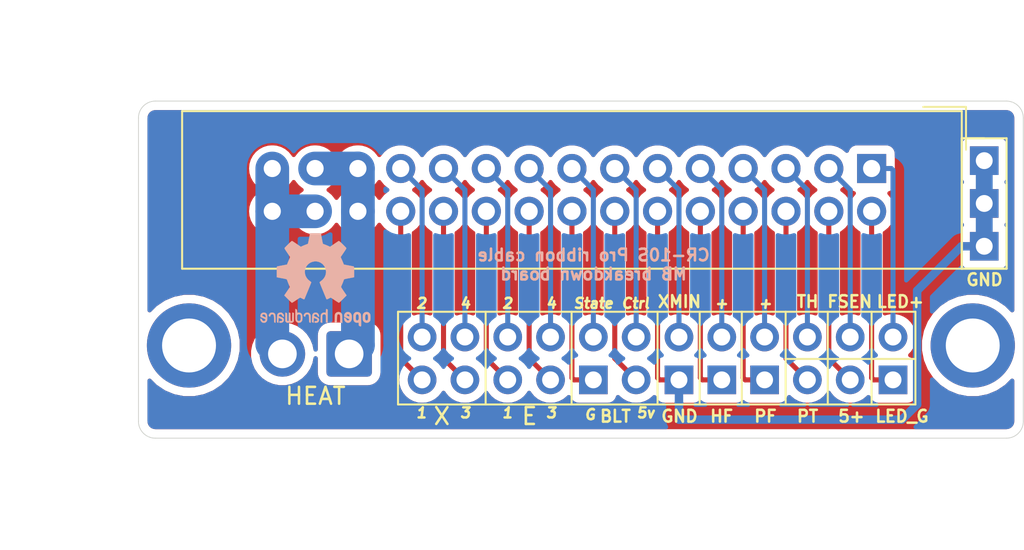
<source format=kicad_pcb>
(kicad_pcb (version 20171130) (host pcbnew "(5.1.4-0-10_14)")

  (general
    (thickness 1.5)
    (drawings 61)
    (tracks 74)
    (zones 0)
    (modules 7)
    (nets 27)
  )

  (page A4)
  (layers
    (0 F.Cu signal)
    (31 B.Cu signal)
    (32 B.Adhes user)
    (33 F.Adhes user)
    (34 B.Paste user)
    (35 F.Paste user)
    (36 B.SilkS user)
    (37 F.SilkS user)
    (38 B.Mask user)
    (39 F.Mask user)
    (40 Dwgs.User user)
    (41 Cmts.User user)
    (42 Eco1.User user)
    (43 Eco2.User user)
    (44 Edge.Cuts user)
    (45 Margin user)
    (46 B.CrtYd user)
    (47 F.CrtYd user)
    (48 B.Fab user hide)
    (49 F.Fab user hide)
  )

  (setup
    (last_trace_width 0.5)
    (user_trace_width 0.3)
    (user_trace_width 0.4)
    (user_trace_width 0.45)
    (user_trace_width 0.5)
    (user_trace_width 1)
    (user_trace_width 2)
    (trace_clearance 0.2)
    (zone_clearance 0.508)
    (zone_45_only no)
    (trace_min 0.3)
    (via_size 0.8)
    (via_drill 0.4)
    (via_min_size 0.4)
    (via_min_drill 0.3)
    (uvia_size 0.3)
    (uvia_drill 0.1)
    (uvias_allowed no)
    (uvia_min_size 0.2)
    (uvia_min_drill 0.1)
    (edge_width 0.05)
    (segment_width 0.2)
    (pcb_text_width 0.3)
    (pcb_text_size 1.5 1.5)
    (mod_edge_width 0.12)
    (mod_text_size 1 1)
    (mod_text_width 0.15)
    (pad_size 1.7 1.7)
    (pad_drill 1)
    (pad_to_mask_clearance 0.051)
    (solder_mask_min_width 0.25)
    (aux_axis_origin 0 0)
    (visible_elements FFFFF77F)
    (pcbplotparams
      (layerselection 0x010f0_ffffffff)
      (usegerberextensions true)
      (usegerberattributes false)
      (usegerberadvancedattributes false)
      (creategerberjobfile false)
      (excludeedgelayer true)
      (linewidth 0.150000)
      (plotframeref false)
      (viasonmask false)
      (mode 1)
      (useauxorigin false)
      (hpglpennumber 1)
      (hpglpenspeed 20)
      (hpglpendiameter 15.000000)
      (psnegative false)
      (psa4output false)
      (plotreference true)
      (plotvalue true)
      (plotinvisibletext false)
      (padsonsilk false)
      (subtractmaskfromsilk false)
      (outputformat 1)
      (mirror false)
      (drillshape 0)
      (scaleselection 1)
      (outputdirectory "plot/"))
  )

  (net 0 "")
  (net 1 /Heat+)
  (net 2 /Heat-)
  (net 3 "Net-(PIN_HEADER1-Pad24)")
  (net 4 "Net-(PIN_HEADER1-Pad23)")
  (net 5 "Net-(PIN_HEADER1-Pad22)")
  (net 6 "Net-(PIN_HEADER1-Pad21)")
  (net 7 "Net-(PIN_HEADER1-Pad20)")
  (net 8 "Net-(PIN_HEADER1-Pad19)")
  (net 9 "Net-(PIN_HEADER1-Pad18)")
  (net 10 "Net-(PIN_HEADER1-Pad17)")
  (net 11 "Net-(PIN_HEADER1-Pad16)")
  (net 12 "Net-(PIN_HEADER1-Pad15)")
  (net 13 "Net-(PIN_HEADER1-Pad14)")
  (net 14 "Net-(PIN_HEADER1-Pad13)")
  (net 15 "Net-(PIN_HEADER1-Pad11)")
  (net 16 "Net-(PIN_HEADER1-Pad10)")
  (net 17 "Net-(PIN_HEADER1-Pad9)")
  (net 18 "Net-(PIN_HEADER1-Pad8)")
  (net 19 "Net-(PIN_HEADER1-Pad7)")
  (net 20 "Net-(PIN_HEADER1-Pad6)")
  (net 21 "Net-(PIN_HEADER1-Pad5)")
  (net 22 "Net-(PIN_HEADER1-Pad4)")
  (net 23 "Net-(PIN_HEADER1-Pad3)")
  (net 24 "Net-(PIN_HEADER1-Pad2)")
  (net 25 "Net-(PIN_HEADER1-Pad1)")
  (net 26 "Net-(CONN_GND1-Pad1)")

  (net_class Default "This is the default net class."
    (clearance 0.2)
    (trace_width 0.3)
    (via_dia 0.8)
    (via_drill 0.4)
    (uvia_dia 0.3)
    (uvia_drill 0.1)
    (diff_pair_width 0.3)
    (diff_pair_gap 0.25)
    (add_net /Heat+)
    (add_net /Heat-)
    (add_net "Net-(CONN_GND1-Pad1)")
    (add_net "Net-(PIN_HEADER1-Pad1)")
    (add_net "Net-(PIN_HEADER1-Pad10)")
    (add_net "Net-(PIN_HEADER1-Pad11)")
    (add_net "Net-(PIN_HEADER1-Pad13)")
    (add_net "Net-(PIN_HEADER1-Pad14)")
    (add_net "Net-(PIN_HEADER1-Pad15)")
    (add_net "Net-(PIN_HEADER1-Pad16)")
    (add_net "Net-(PIN_HEADER1-Pad17)")
    (add_net "Net-(PIN_HEADER1-Pad18)")
    (add_net "Net-(PIN_HEADER1-Pad19)")
    (add_net "Net-(PIN_HEADER1-Pad2)")
    (add_net "Net-(PIN_HEADER1-Pad20)")
    (add_net "Net-(PIN_HEADER1-Pad21)")
    (add_net "Net-(PIN_HEADER1-Pad22)")
    (add_net "Net-(PIN_HEADER1-Pad23)")
    (add_net "Net-(PIN_HEADER1-Pad24)")
    (add_net "Net-(PIN_HEADER1-Pad3)")
    (add_net "Net-(PIN_HEADER1-Pad4)")
    (add_net "Net-(PIN_HEADER1-Pad5)")
    (add_net "Net-(PIN_HEADER1-Pad6)")
    (add_net "Net-(PIN_HEADER1-Pad7)")
    (add_net "Net-(PIN_HEADER1-Pad8)")
    (add_net "Net-(PIN_HEADER1-Pad9)")
  )

  (module Symbol:OSHW-Logo2_7.3x6mm_SilkScreen (layer B.Cu) (tedit 0) (tstamp 5D965ED8)
    (at 121 80.6 180)
    (descr "Open Source Hardware Symbol")
    (tags "Logo Symbol OSHW")
    (attr virtual)
    (fp_text reference REF** (at 0 0) (layer B.SilkS) hide
      (effects (font (size 1 1) (thickness 0.15)) (justify mirror))
    )
    (fp_text value OSHW-Logo2_7.3x6mm_SilkScreen (at 0.75 0) (layer B.Fab) hide
      (effects (font (size 1 1) (thickness 0.15)) (justify mirror))
    )
    (fp_poly (pts (xy 0.10391 2.757652) (xy 0.182454 2.757222) (xy 0.239298 2.756058) (xy 0.278105 2.753793)
      (xy 0.302538 2.75006) (xy 0.316262 2.744494) (xy 0.32294 2.736727) (xy 0.326236 2.726395)
      (xy 0.326556 2.725057) (xy 0.331562 2.700921) (xy 0.340829 2.653299) (xy 0.353392 2.587259)
      (xy 0.368287 2.507872) (xy 0.384551 2.420204) (xy 0.385119 2.417125) (xy 0.40141 2.331211)
      (xy 0.416652 2.255304) (xy 0.429861 2.193955) (xy 0.440054 2.151718) (xy 0.446248 2.133145)
      (xy 0.446543 2.132816) (xy 0.464788 2.123747) (xy 0.502405 2.108633) (xy 0.551271 2.090738)
      (xy 0.551543 2.090642) (xy 0.613093 2.067507) (xy 0.685657 2.038035) (xy 0.754057 2.008403)
      (xy 0.757294 2.006938) (xy 0.868702 1.956374) (xy 1.115399 2.12484) (xy 1.191077 2.176197)
      (xy 1.259631 2.222111) (xy 1.317088 2.25997) (xy 1.359476 2.287163) (xy 1.382825 2.301079)
      (xy 1.385042 2.302111) (xy 1.40201 2.297516) (xy 1.433701 2.275345) (xy 1.481352 2.234553)
      (xy 1.546198 2.174095) (xy 1.612397 2.109773) (xy 1.676214 2.046388) (xy 1.733329 1.988549)
      (xy 1.780305 1.939825) (xy 1.813703 1.90379) (xy 1.830085 1.884016) (xy 1.830694 1.882998)
      (xy 1.832505 1.869428) (xy 1.825683 1.847267) (xy 1.80854 1.813522) (xy 1.779393 1.7652)
      (xy 1.736555 1.699308) (xy 1.679448 1.614483) (xy 1.628766 1.539823) (xy 1.583461 1.47286)
      (xy 1.54615 1.417484) (xy 1.519452 1.37758) (xy 1.505985 1.357038) (xy 1.505137 1.355644)
      (xy 1.506781 1.335962) (xy 1.519245 1.297707) (xy 1.540048 1.248111) (xy 1.547462 1.232272)
      (xy 1.579814 1.16171) (xy 1.614328 1.081647) (xy 1.642365 1.012371) (xy 1.662568 0.960955)
      (xy 1.678615 0.921881) (xy 1.687888 0.901459) (xy 1.689041 0.899886) (xy 1.706096 0.897279)
      (xy 1.746298 0.890137) (xy 1.804302 0.879477) (xy 1.874763 0.866315) (xy 1.952335 0.851667)
      (xy 2.031672 0.836551) (xy 2.107431 0.821982) (xy 2.174264 0.808978) (xy 2.226828 0.798555)
      (xy 2.259776 0.79173) (xy 2.267857 0.789801) (xy 2.276205 0.785038) (xy 2.282506 0.774282)
      (xy 2.287045 0.753902) (xy 2.290104 0.720266) (xy 2.291967 0.669745) (xy 2.292918 0.598708)
      (xy 2.29324 0.503524) (xy 2.293257 0.464508) (xy 2.293257 0.147201) (xy 2.217057 0.132161)
      (xy 2.174663 0.124005) (xy 2.1114 0.112101) (xy 2.034962 0.097884) (xy 1.953043 0.08279)
      (xy 1.9304 0.078645) (xy 1.854806 0.063947) (xy 1.788953 0.049495) (xy 1.738366 0.036625)
      (xy 1.708574 0.026678) (xy 1.703612 0.023713) (xy 1.691426 0.002717) (xy 1.673953 -0.037967)
      (xy 1.654577 -0.090322) (xy 1.650734 -0.1016) (xy 1.625339 -0.171523) (xy 1.593817 -0.250418)
      (xy 1.562969 -0.321266) (xy 1.562817 -0.321595) (xy 1.511447 -0.432733) (xy 1.680399 -0.681253)
      (xy 1.849352 -0.929772) (xy 1.632429 -1.147058) (xy 1.566819 -1.211726) (xy 1.506979 -1.268733)
      (xy 1.456267 -1.315033) (xy 1.418046 -1.347584) (xy 1.395675 -1.363343) (xy 1.392466 -1.364343)
      (xy 1.373626 -1.356469) (xy 1.33518 -1.334578) (xy 1.28133 -1.301267) (xy 1.216276 -1.259131)
      (xy 1.14594 -1.211943) (xy 1.074555 -1.16381) (xy 1.010908 -1.121928) (xy 0.959041 -1.088871)
      (xy 0.922995 -1.067218) (xy 0.906867 -1.059543) (xy 0.887189 -1.066037) (xy 0.849875 -1.08315)
      (xy 0.802621 -1.107326) (xy 0.797612 -1.110013) (xy 0.733977 -1.141927) (xy 0.690341 -1.157579)
      (xy 0.663202 -1.157745) (xy 0.649057 -1.143204) (xy 0.648975 -1.143) (xy 0.641905 -1.125779)
      (xy 0.625042 -1.084899) (xy 0.599695 -1.023525) (xy 0.567171 -0.944819) (xy 0.528778 -0.851947)
      (xy 0.485822 -0.748072) (xy 0.444222 -0.647502) (xy 0.398504 -0.536516) (xy 0.356526 -0.433703)
      (xy 0.319548 -0.342215) (xy 0.288827 -0.265201) (xy 0.265622 -0.205815) (xy 0.25119 -0.167209)
      (xy 0.246743 -0.1528) (xy 0.257896 -0.136272) (xy 0.287069 -0.10993) (xy 0.325971 -0.080887)
      (xy 0.436757 0.010961) (xy 0.523351 0.116241) (xy 0.584716 0.232734) (xy 0.619815 0.358224)
      (xy 0.627608 0.490493) (xy 0.621943 0.551543) (xy 0.591078 0.678205) (xy 0.53792 0.790059)
      (xy 0.465767 0.885999) (xy 0.377917 0.964924) (xy 0.277665 1.02573) (xy 0.16831 1.067313)
      (xy 0.053147 1.088572) (xy -0.064525 1.088401) (xy -0.18141 1.065699) (xy -0.294211 1.019362)
      (xy -0.399631 0.948287) (xy -0.443632 0.908089) (xy -0.528021 0.804871) (xy -0.586778 0.692075)
      (xy -0.620296 0.57299) (xy -0.628965 0.450905) (xy -0.613177 0.329107) (xy -0.573322 0.210884)
      (xy -0.509793 0.099525) (xy -0.422979 -0.001684) (xy -0.325971 -0.080887) (xy -0.285563 -0.111162)
      (xy -0.257018 -0.137219) (xy -0.246743 -0.152825) (xy -0.252123 -0.169843) (xy -0.267425 -0.2105)
      (xy -0.291388 -0.271642) (xy -0.322756 -0.350119) (xy -0.360268 -0.44278) (xy -0.402667 -0.546472)
      (xy -0.444337 -0.647526) (xy -0.49031 -0.758607) (xy -0.532893 -0.861541) (xy -0.570779 -0.953165)
      (xy -0.60266 -1.030316) (xy -0.627229 -1.089831) (xy -0.64318 -1.128544) (xy -0.64909 -1.143)
      (xy -0.663052 -1.157685) (xy -0.69006 -1.157642) (xy -0.733587 -1.142099) (xy -0.79711 -1.110284)
      (xy -0.797612 -1.110013) (xy -0.84544 -1.085323) (xy -0.884103 -1.067338) (xy -0.905905 -1.059614)
      (xy -0.906867 -1.059543) (xy -0.923279 -1.067378) (xy -0.959513 -1.089165) (xy -1.011526 -1.122328)
      (xy -1.075275 -1.164291) (xy -1.14594 -1.211943) (xy -1.217884 -1.260191) (xy -1.282726 -1.302151)
      (xy -1.336265 -1.335227) (xy -1.374303 -1.356821) (xy -1.392467 -1.364343) (xy -1.409192 -1.354457)
      (xy -1.44282 -1.326826) (xy -1.48999 -1.284495) (xy -1.547342 -1.230505) (xy -1.611516 -1.167899)
      (xy -1.632503 -1.146983) (xy -1.849501 -0.929623) (xy -1.684332 -0.68722) (xy -1.634136 -0.612781)
      (xy -1.590081 -0.545972) (xy -1.554638 -0.490665) (xy -1.530281 -0.450729) (xy -1.519478 -0.430036)
      (xy -1.519162 -0.428563) (xy -1.524857 -0.409058) (xy -1.540174 -0.369822) (xy -1.562463 -0.31743)
      (xy -1.578107 -0.282355) (xy -1.607359 -0.215201) (xy -1.634906 -0.147358) (xy -1.656263 -0.090034)
      (xy -1.662065 -0.072572) (xy -1.678548 -0.025938) (xy -1.69466 0.010095) (xy -1.70351 0.023713)
      (xy -1.72304 0.032048) (xy -1.765666 0.043863) (xy -1.825855 0.057819) (xy -1.898078 0.072578)
      (xy -1.9304 0.078645) (xy -2.012478 0.093727) (xy -2.091205 0.108331) (xy -2.158891 0.12102)
      (xy -2.20784 0.130358) (xy -2.217057 0.132161) (xy -2.293257 0.147201) (xy -2.293257 0.464508)
      (xy -2.293086 0.568846) (xy -2.292384 0.647787) (xy -2.290866 0.704962) (xy -2.288251 0.744001)
      (xy -2.284254 0.768535) (xy -2.278591 0.782195) (xy -2.27098 0.788611) (xy -2.267857 0.789801)
      (xy -2.249022 0.79402) (xy -2.207412 0.802438) (xy -2.14837 0.814039) (xy -2.077243 0.827805)
      (xy -1.999375 0.84272) (xy -1.920113 0.857768) (xy -1.844802 0.871931) (xy -1.778787 0.884194)
      (xy -1.727413 0.893539) (xy -1.696025 0.89895) (xy -1.689041 0.899886) (xy -1.682715 0.912404)
      (xy -1.66871 0.945754) (xy -1.649645 0.993623) (xy -1.642366 1.012371) (xy -1.613004 1.084805)
      (xy -1.578429 1.16483) (xy -1.547463 1.232272) (xy -1.524677 1.283841) (xy -1.509518 1.326215)
      (xy -1.504458 1.352166) (xy -1.505264 1.355644) (xy -1.515959 1.372064) (xy -1.54038 1.408583)
      (xy -1.575905 1.461313) (xy -1.619913 1.526365) (xy -1.669783 1.599849) (xy -1.679644 1.614355)
      (xy -1.737508 1.700296) (xy -1.780044 1.765739) (xy -1.808946 1.813696) (xy -1.82591 1.84718)
      (xy -1.832633 1.869205) (xy -1.83081 1.882783) (xy -1.830764 1.882869) (xy -1.816414 1.900703)
      (xy -1.784677 1.935183) (xy -1.73899 1.982732) (xy -1.682796 2.039778) (xy -1.619532 2.102745)
      (xy -1.612398 2.109773) (xy -1.53267 2.18698) (xy -1.471143 2.24367) (xy -1.426579 2.28089)
      (xy -1.397743 2.299685) (xy -1.385042 2.302111) (xy -1.366506 2.291529) (xy -1.328039 2.267084)
      (xy -1.273614 2.231388) (xy -1.207202 2.187053) (xy -1.132775 2.136689) (xy -1.115399 2.12484)
      (xy -0.868703 1.956374) (xy -0.757294 2.006938) (xy -0.689543 2.036405) (xy -0.616817 2.066041)
      (xy -0.554297 2.08967) (xy -0.551543 2.090642) (xy -0.50264 2.108543) (xy -0.464943 2.12368)
      (xy -0.446575 2.13279) (xy -0.446544 2.132816) (xy -0.440715 2.149283) (xy -0.430808 2.189781)
      (xy -0.417805 2.249758) (xy -0.402691 2.32466) (xy -0.386448 2.409936) (xy -0.385119 2.417125)
      (xy -0.368825 2.504986) (xy -0.353867 2.58474) (xy -0.341209 2.651319) (xy -0.331814 2.699653)
      (xy -0.326646 2.724675) (xy -0.326556 2.725057) (xy -0.323411 2.735701) (xy -0.317296 2.743738)
      (xy -0.304547 2.749533) (xy -0.2815 2.753453) (xy -0.244491 2.755865) (xy -0.189856 2.757135)
      (xy -0.113933 2.757629) (xy -0.013056 2.757714) (xy 0 2.757714) (xy 0.10391 2.757652)) (layer B.SilkS) (width 0.01))
    (fp_poly (pts (xy 3.153595 -1.966966) (xy 3.211021 -2.004497) (xy 3.238719 -2.038096) (xy 3.260662 -2.099064)
      (xy 3.262405 -2.147308) (xy 3.258457 -2.211816) (xy 3.109686 -2.276934) (xy 3.037349 -2.310202)
      (xy 2.990084 -2.336964) (xy 2.965507 -2.360144) (xy 2.961237 -2.382667) (xy 2.974889 -2.407455)
      (xy 2.989943 -2.423886) (xy 3.033746 -2.450235) (xy 3.081389 -2.452081) (xy 3.125145 -2.431546)
      (xy 3.157289 -2.390752) (xy 3.163038 -2.376347) (xy 3.190576 -2.331356) (xy 3.222258 -2.312182)
      (xy 3.265714 -2.295779) (xy 3.265714 -2.357966) (xy 3.261872 -2.400283) (xy 3.246823 -2.435969)
      (xy 3.21528 -2.476943) (xy 3.210592 -2.482267) (xy 3.175506 -2.51872) (xy 3.145347 -2.538283)
      (xy 3.107615 -2.547283) (xy 3.076335 -2.55023) (xy 3.020385 -2.550965) (xy 2.980555 -2.54166)
      (xy 2.955708 -2.527846) (xy 2.916656 -2.497467) (xy 2.889625 -2.464613) (xy 2.872517 -2.423294)
      (xy 2.863238 -2.367521) (xy 2.859693 -2.291305) (xy 2.85941 -2.252622) (xy 2.860372 -2.206247)
      (xy 2.948007 -2.206247) (xy 2.949023 -2.231126) (xy 2.951556 -2.2352) (xy 2.968274 -2.229665)
      (xy 3.004249 -2.215017) (xy 3.052331 -2.19419) (xy 3.062386 -2.189714) (xy 3.123152 -2.158814)
      (xy 3.156632 -2.131657) (xy 3.16399 -2.10622) (xy 3.146391 -2.080481) (xy 3.131856 -2.069109)
      (xy 3.07941 -2.046364) (xy 3.030322 -2.050122) (xy 2.989227 -2.077884) (xy 2.960758 -2.127152)
      (xy 2.951631 -2.166257) (xy 2.948007 -2.206247) (xy 2.860372 -2.206247) (xy 2.861285 -2.162249)
      (xy 2.868196 -2.095384) (xy 2.881884 -2.046695) (xy 2.904096 -2.010849) (xy 2.936574 -1.982513)
      (xy 2.950733 -1.973355) (xy 3.015053 -1.949507) (xy 3.085473 -1.948006) (xy 3.153595 -1.966966)) (layer B.SilkS) (width 0.01))
    (fp_poly (pts (xy 2.6526 -1.958752) (xy 2.669948 -1.966334) (xy 2.711356 -1.999128) (xy 2.746765 -2.046547)
      (xy 2.768664 -2.097151) (xy 2.772229 -2.122098) (xy 2.760279 -2.156927) (xy 2.734067 -2.175357)
      (xy 2.705964 -2.186516) (xy 2.693095 -2.188572) (xy 2.686829 -2.173649) (xy 2.674456 -2.141175)
      (xy 2.669028 -2.126502) (xy 2.63859 -2.075744) (xy 2.59452 -2.050427) (xy 2.53801 -2.051206)
      (xy 2.533825 -2.052203) (xy 2.503655 -2.066507) (xy 2.481476 -2.094393) (xy 2.466327 -2.139287)
      (xy 2.45725 -2.204615) (xy 2.453286 -2.293804) (xy 2.452914 -2.341261) (xy 2.45273 -2.416071)
      (xy 2.451522 -2.467069) (xy 2.448309 -2.499471) (xy 2.442109 -2.518495) (xy 2.43194 -2.529356)
      (xy 2.416819 -2.537272) (xy 2.415946 -2.53767) (xy 2.386828 -2.549981) (xy 2.372403 -2.554514)
      (xy 2.370186 -2.540809) (xy 2.368289 -2.502925) (xy 2.366847 -2.445715) (xy 2.365998 -2.374027)
      (xy 2.365829 -2.321565) (xy 2.366692 -2.220047) (xy 2.37007 -2.143032) (xy 2.377142 -2.086023)
      (xy 2.389088 -2.044526) (xy 2.40709 -2.014043) (xy 2.432327 -1.99008) (xy 2.457247 -1.973355)
      (xy 2.517171 -1.951097) (xy 2.586911 -1.946076) (xy 2.6526 -1.958752)) (layer B.SilkS) (width 0.01))
    (fp_poly (pts (xy 2.144876 -1.956335) (xy 2.186667 -1.975344) (xy 2.219469 -1.998378) (xy 2.243503 -2.024133)
      (xy 2.260097 -2.057358) (xy 2.270577 -2.1028) (xy 2.276271 -2.165207) (xy 2.278507 -2.249327)
      (xy 2.278743 -2.304721) (xy 2.278743 -2.520826) (xy 2.241774 -2.53767) (xy 2.212656 -2.549981)
      (xy 2.198231 -2.554514) (xy 2.195472 -2.541025) (xy 2.193282 -2.504653) (xy 2.191942 -2.451542)
      (xy 2.191657 -2.409372) (xy 2.190434 -2.348447) (xy 2.187136 -2.300115) (xy 2.182321 -2.270518)
      (xy 2.178496 -2.264229) (xy 2.152783 -2.270652) (xy 2.112418 -2.287125) (xy 2.065679 -2.309458)
      (xy 2.020845 -2.333457) (xy 1.986193 -2.35493) (xy 1.970002 -2.369685) (xy 1.969938 -2.369845)
      (xy 1.97133 -2.397152) (xy 1.983818 -2.423219) (xy 2.005743 -2.444392) (xy 2.037743 -2.451474)
      (xy 2.065092 -2.450649) (xy 2.103826 -2.450042) (xy 2.124158 -2.459116) (xy 2.136369 -2.483092)
      (xy 2.137909 -2.487613) (xy 2.143203 -2.521806) (xy 2.129047 -2.542568) (xy 2.092148 -2.552462)
      (xy 2.052289 -2.554292) (xy 1.980562 -2.540727) (xy 1.943432 -2.521355) (xy 1.897576 -2.475845)
      (xy 1.873256 -2.419983) (xy 1.871073 -2.360957) (xy 1.891629 -2.305953) (xy 1.922549 -2.271486)
      (xy 1.95342 -2.252189) (xy 2.001942 -2.227759) (xy 2.058485 -2.202985) (xy 2.06791 -2.199199)
      (xy 2.130019 -2.171791) (xy 2.165822 -2.147634) (xy 2.177337 -2.123619) (xy 2.16658 -2.096635)
      (xy 2.148114 -2.075543) (xy 2.104469 -2.049572) (xy 2.056446 -2.047624) (xy 2.012406 -2.067637)
      (xy 1.980709 -2.107551) (xy 1.976549 -2.117848) (xy 1.952327 -2.155724) (xy 1.916965 -2.183842)
      (xy 1.872343 -2.206917) (xy 1.872343 -2.141485) (xy 1.874969 -2.101506) (xy 1.88623 -2.069997)
      (xy 1.911199 -2.036378) (xy 1.935169 -2.010484) (xy 1.972441 -1.973817) (xy 2.001401 -1.954121)
      (xy 2.032505 -1.94622) (xy 2.067713 -1.944914) (xy 2.144876 -1.956335)) (layer B.SilkS) (width 0.01))
    (fp_poly (pts (xy 1.779833 -1.958663) (xy 1.782048 -1.99685) (xy 1.783784 -2.054886) (xy 1.784899 -2.12818)
      (xy 1.785257 -2.205055) (xy 1.785257 -2.465196) (xy 1.739326 -2.511127) (xy 1.707675 -2.539429)
      (xy 1.67989 -2.550893) (xy 1.641915 -2.550168) (xy 1.62684 -2.548321) (xy 1.579726 -2.542948)
      (xy 1.540756 -2.539869) (xy 1.531257 -2.539585) (xy 1.499233 -2.541445) (xy 1.453432 -2.546114)
      (xy 1.435674 -2.548321) (xy 1.392057 -2.551735) (xy 1.362745 -2.54432) (xy 1.33368 -2.521427)
      (xy 1.323188 -2.511127) (xy 1.277257 -2.465196) (xy 1.277257 -1.978602) (xy 1.314226 -1.961758)
      (xy 1.346059 -1.949282) (xy 1.364683 -1.944914) (xy 1.369458 -1.958718) (xy 1.373921 -1.997286)
      (xy 1.377775 -2.056356) (xy 1.380722 -2.131663) (xy 1.382143 -2.195286) (xy 1.386114 -2.445657)
      (xy 1.420759 -2.450556) (xy 1.452268 -2.447131) (xy 1.467708 -2.436041) (xy 1.472023 -2.415308)
      (xy 1.475708 -2.371145) (xy 1.478469 -2.309146) (xy 1.480012 -2.234909) (xy 1.480235 -2.196706)
      (xy 1.480457 -1.976783) (xy 1.526166 -1.960849) (xy 1.558518 -1.950015) (xy 1.576115 -1.944962)
      (xy 1.576623 -1.944914) (xy 1.578388 -1.958648) (xy 1.580329 -1.99673) (xy 1.582282 -2.054482)
      (xy 1.584084 -2.127227) (xy 1.585343 -2.195286) (xy 1.589314 -2.445657) (xy 1.6764 -2.445657)
      (xy 1.680396 -2.21724) (xy 1.684392 -1.988822) (xy 1.726847 -1.966868) (xy 1.758192 -1.951793)
      (xy 1.776744 -1.944951) (xy 1.777279 -1.944914) (xy 1.779833 -1.958663)) (layer B.SilkS) (width 0.01))
    (fp_poly (pts (xy 1.190117 -2.065358) (xy 1.189933 -2.173837) (xy 1.189219 -2.257287) (xy 1.187675 -2.319704)
      (xy 1.185001 -2.365085) (xy 1.180894 -2.397429) (xy 1.175055 -2.420733) (xy 1.167182 -2.438995)
      (xy 1.161221 -2.449418) (xy 1.111855 -2.505945) (xy 1.049264 -2.541377) (xy 0.980013 -2.55409)
      (xy 0.910668 -2.542463) (xy 0.869375 -2.521568) (xy 0.826025 -2.485422) (xy 0.796481 -2.441276)
      (xy 0.778655 -2.383462) (xy 0.770463 -2.306313) (xy 0.769302 -2.249714) (xy 0.769458 -2.245647)
      (xy 0.870857 -2.245647) (xy 0.871476 -2.31055) (xy 0.874314 -2.353514) (xy 0.88084 -2.381622)
      (xy 0.892523 -2.401953) (xy 0.906483 -2.417288) (xy 0.953365 -2.44689) (xy 1.003701 -2.449419)
      (xy 1.051276 -2.424705) (xy 1.054979 -2.421356) (xy 1.070783 -2.403935) (xy 1.080693 -2.383209)
      (xy 1.086058 -2.352362) (xy 1.088228 -2.304577) (xy 1.088571 -2.251748) (xy 1.087827 -2.185381)
      (xy 1.084748 -2.141106) (xy 1.078061 -2.112009) (xy 1.066496 -2.091173) (xy 1.057013 -2.080107)
      (xy 1.01296 -2.052198) (xy 0.962224 -2.048843) (xy 0.913796 -2.070159) (xy 0.90445 -2.078073)
      (xy 0.88854 -2.095647) (xy 0.87861 -2.116587) (xy 0.873278 -2.147782) (xy 0.871163 -2.196122)
      (xy 0.870857 -2.245647) (xy 0.769458 -2.245647) (xy 0.77281 -2.158568) (xy 0.784726 -2.090086)
      (xy 0.807135 -2.0386) (xy 0.842124 -1.998443) (xy 0.869375 -1.977861) (xy 0.918907 -1.955625)
      (xy 0.976316 -1.945304) (xy 1.029682 -1.948067) (xy 1.059543 -1.959212) (xy 1.071261 -1.962383)
      (xy 1.079037 -1.950557) (xy 1.084465 -1.918866) (xy 1.088571 -1.870593) (xy 1.093067 -1.816829)
      (xy 1.099313 -1.784482) (xy 1.110676 -1.765985) (xy 1.130528 -1.75377) (xy 1.143 -1.748362)
      (xy 1.190171 -1.728601) (xy 1.190117 -2.065358)) (layer B.SilkS) (width 0.01))
    (fp_poly (pts (xy 0.529926 -1.949755) (xy 0.595858 -1.974084) (xy 0.649273 -2.017117) (xy 0.670164 -2.047409)
      (xy 0.692939 -2.102994) (xy 0.692466 -2.143186) (xy 0.668562 -2.170217) (xy 0.659717 -2.174813)
      (xy 0.62153 -2.189144) (xy 0.602028 -2.185472) (xy 0.595422 -2.161407) (xy 0.595086 -2.148114)
      (xy 0.582992 -2.09921) (xy 0.551471 -2.064999) (xy 0.507659 -2.048476) (xy 0.458695 -2.052634)
      (xy 0.418894 -2.074227) (xy 0.40545 -2.086544) (xy 0.395921 -2.101487) (xy 0.389485 -2.124075)
      (xy 0.385317 -2.159328) (xy 0.382597 -2.212266) (xy 0.380502 -2.287907) (xy 0.37996 -2.311857)
      (xy 0.377981 -2.39379) (xy 0.375731 -2.451455) (xy 0.372357 -2.489608) (xy 0.367006 -2.513004)
      (xy 0.358824 -2.526398) (xy 0.346959 -2.534545) (xy 0.339362 -2.538144) (xy 0.307102 -2.550452)
      (xy 0.288111 -2.554514) (xy 0.281836 -2.540948) (xy 0.278006 -2.499934) (xy 0.2766 -2.430999)
      (xy 0.277598 -2.333669) (xy 0.277908 -2.318657) (xy 0.280101 -2.229859) (xy 0.282693 -2.165019)
      (xy 0.286382 -2.119067) (xy 0.291864 -2.086935) (xy 0.299835 -2.063553) (xy 0.310993 -2.043852)
      (xy 0.31683 -2.03541) (xy 0.350296 -1.998057) (xy 0.387727 -1.969003) (xy 0.392309 -1.966467)
      (xy 0.459426 -1.946443) (xy 0.529926 -1.949755)) (layer B.SilkS) (width 0.01))
    (fp_poly (pts (xy 0.039744 -1.950968) (xy 0.096616 -1.972087) (xy 0.097267 -1.972493) (xy 0.13244 -1.99838)
      (xy 0.158407 -2.028633) (xy 0.17667 -2.068058) (xy 0.188732 -2.121462) (xy 0.196096 -2.193651)
      (xy 0.200264 -2.289432) (xy 0.200629 -2.303078) (xy 0.205876 -2.508842) (xy 0.161716 -2.531678)
      (xy 0.129763 -2.54711) (xy 0.11047 -2.554423) (xy 0.109578 -2.554514) (xy 0.106239 -2.541022)
      (xy 0.103587 -2.504626) (xy 0.101956 -2.451452) (xy 0.1016 -2.408393) (xy 0.101592 -2.338641)
      (xy 0.098403 -2.294837) (xy 0.087288 -2.273944) (xy 0.063501 -2.272925) (xy 0.022296 -2.288741)
      (xy -0.039914 -2.317815) (xy -0.085659 -2.341963) (xy -0.109187 -2.362913) (xy -0.116104 -2.385747)
      (xy -0.116114 -2.386877) (xy -0.104701 -2.426212) (xy -0.070908 -2.447462) (xy -0.019191 -2.450539)
      (xy 0.018061 -2.450006) (xy 0.037703 -2.460735) (xy 0.049952 -2.486505) (xy 0.057002 -2.519337)
      (xy 0.046842 -2.537966) (xy 0.043017 -2.540632) (xy 0.007001 -2.55134) (xy -0.043434 -2.552856)
      (xy -0.095374 -2.545759) (xy -0.132178 -2.532788) (xy -0.183062 -2.489585) (xy -0.211986 -2.429446)
      (xy -0.217714 -2.382462) (xy -0.213343 -2.340082) (xy -0.197525 -2.305488) (xy -0.166203 -2.274763)
      (xy -0.115322 -2.24399) (xy -0.040824 -2.209252) (xy -0.036286 -2.207288) (xy 0.030821 -2.176287)
      (xy 0.072232 -2.150862) (xy 0.089981 -2.128014) (xy 0.086107 -2.104745) (xy 0.062643 -2.078056)
      (xy 0.055627 -2.071914) (xy 0.00863 -2.0481) (xy -0.040067 -2.049103) (xy -0.082478 -2.072451)
      (xy -0.110616 -2.115675) (xy -0.113231 -2.12416) (xy -0.138692 -2.165308) (xy -0.170999 -2.185128)
      (xy -0.217714 -2.20477) (xy -0.217714 -2.15395) (xy -0.203504 -2.080082) (xy -0.161325 -2.012327)
      (xy -0.139376 -1.989661) (xy -0.089483 -1.960569) (xy -0.026033 -1.9474) (xy 0.039744 -1.950968)) (layer B.SilkS) (width 0.01))
    (fp_poly (pts (xy -0.624114 -1.851289) (xy -0.619861 -1.910613) (xy -0.614975 -1.945572) (xy -0.608205 -1.96082)
      (xy -0.598298 -1.961015) (xy -0.595086 -1.959195) (xy -0.552356 -1.946015) (xy -0.496773 -1.946785)
      (xy -0.440263 -1.960333) (xy -0.404918 -1.977861) (xy -0.368679 -2.005861) (xy -0.342187 -2.037549)
      (xy -0.324001 -2.077813) (xy -0.312678 -2.131543) (xy -0.306778 -2.203626) (xy -0.304857 -2.298951)
      (xy -0.304823 -2.317237) (xy -0.3048 -2.522646) (xy -0.350509 -2.53858) (xy -0.382973 -2.54942)
      (xy -0.400785 -2.554468) (xy -0.401309 -2.554514) (xy -0.403063 -2.540828) (xy -0.404556 -2.503076)
      (xy -0.405674 -2.446224) (xy -0.406303 -2.375234) (xy -0.4064 -2.332073) (xy -0.406602 -2.246973)
      (xy -0.407642 -2.185981) (xy -0.410169 -2.144177) (xy -0.414836 -2.116642) (xy -0.422293 -2.098456)
      (xy -0.433189 -2.084698) (xy -0.439993 -2.078073) (xy -0.486728 -2.051375) (xy -0.537728 -2.049375)
      (xy -0.583999 -2.071955) (xy -0.592556 -2.080107) (xy -0.605107 -2.095436) (xy -0.613812 -2.113618)
      (xy -0.619369 -2.139909) (xy -0.622474 -2.179562) (xy -0.623824 -2.237832) (xy -0.624114 -2.318173)
      (xy -0.624114 -2.522646) (xy -0.669823 -2.53858) (xy -0.702287 -2.54942) (xy -0.720099 -2.554468)
      (xy -0.720623 -2.554514) (xy -0.721963 -2.540623) (xy -0.723172 -2.501439) (xy -0.724199 -2.4407)
      (xy -0.724998 -2.362141) (xy -0.725519 -2.269498) (xy -0.725714 -2.166509) (xy -0.725714 -1.769342)
      (xy -0.678543 -1.749444) (xy -0.631371 -1.729547) (xy -0.624114 -1.851289)) (layer B.SilkS) (width 0.01))
    (fp_poly (pts (xy -1.831697 -1.931239) (xy -1.774473 -1.969735) (xy -1.730251 -2.025335) (xy -1.703833 -2.096086)
      (xy -1.69849 -2.148162) (xy -1.699097 -2.169893) (xy -1.704178 -2.186531) (xy -1.718145 -2.201437)
      (xy -1.745411 -2.217973) (xy -1.790388 -2.239498) (xy -1.857489 -2.269374) (xy -1.857829 -2.269524)
      (xy -1.919593 -2.297813) (xy -1.970241 -2.322933) (xy -2.004596 -2.342179) (xy -2.017482 -2.352848)
      (xy -2.017486 -2.352934) (xy -2.006128 -2.376166) (xy -1.979569 -2.401774) (xy -1.949077 -2.420221)
      (xy -1.93363 -2.423886) (xy -1.891485 -2.411212) (xy -1.855192 -2.379471) (xy -1.837483 -2.344572)
      (xy -1.820448 -2.318845) (xy -1.787078 -2.289546) (xy -1.747851 -2.264235) (xy -1.713244 -2.250471)
      (xy -1.706007 -2.249714) (xy -1.697861 -2.26216) (xy -1.69737 -2.293972) (xy -1.703357 -2.336866)
      (xy -1.714643 -2.382558) (xy -1.73005 -2.422761) (xy -1.730829 -2.424322) (xy -1.777196 -2.489062)
      (xy -1.837289 -2.533097) (xy -1.905535 -2.554711) (xy -1.976362 -2.552185) (xy -2.044196 -2.523804)
      (xy -2.047212 -2.521808) (xy -2.100573 -2.473448) (xy -2.13566 -2.410352) (xy -2.155078 -2.327387)
      (xy -2.157684 -2.304078) (xy -2.162299 -2.194055) (xy -2.156767 -2.142748) (xy -2.017486 -2.142748)
      (xy -2.015676 -2.174753) (xy -2.005778 -2.184093) (xy -1.981102 -2.177105) (xy -1.942205 -2.160587)
      (xy -1.898725 -2.139881) (xy -1.897644 -2.139333) (xy -1.860791 -2.119949) (xy -1.846 -2.107013)
      (xy -1.849647 -2.093451) (xy -1.865005 -2.075632) (xy -1.904077 -2.049845) (xy -1.946154 -2.04795)
      (xy -1.983897 -2.066717) (xy -2.009966 -2.102915) (xy -2.017486 -2.142748) (xy -2.156767 -2.142748)
      (xy -2.152806 -2.106027) (xy -2.12845 -2.036212) (xy -2.094544 -1.987302) (xy -2.033347 -1.937878)
      (xy -1.965937 -1.913359) (xy -1.89712 -1.911797) (xy -1.831697 -1.931239)) (layer B.SilkS) (width 0.01))
    (fp_poly (pts (xy -2.958885 -1.921962) (xy -2.890855 -1.957733) (xy -2.840649 -2.015301) (xy -2.822815 -2.052312)
      (xy -2.808937 -2.107882) (xy -2.801833 -2.178096) (xy -2.80116 -2.254727) (xy -2.806573 -2.329552)
      (xy -2.81773 -2.394342) (xy -2.834286 -2.440873) (xy -2.839374 -2.448887) (xy -2.899645 -2.508707)
      (xy -2.971231 -2.544535) (xy -3.048908 -2.55502) (xy -3.127452 -2.53881) (xy -3.149311 -2.529092)
      (xy -3.191878 -2.499143) (xy -3.229237 -2.459433) (xy -3.232768 -2.454397) (xy -3.247119 -2.430124)
      (xy -3.256606 -2.404178) (xy -3.26221 -2.370022) (xy -3.264914 -2.321119) (xy -3.265701 -2.250935)
      (xy -3.265714 -2.2352) (xy -3.265678 -2.230192) (xy -3.120571 -2.230192) (xy -3.119727 -2.29643)
      (xy -3.116404 -2.340386) (xy -3.109417 -2.368779) (xy -3.097584 -2.388325) (xy -3.091543 -2.394857)
      (xy -3.056814 -2.41968) (xy -3.023097 -2.418548) (xy -2.989005 -2.397016) (xy -2.968671 -2.374029)
      (xy -2.956629 -2.340478) (xy -2.949866 -2.287569) (xy -2.949402 -2.281399) (xy -2.948248 -2.185513)
      (xy -2.960312 -2.114299) (xy -2.98543 -2.068194) (xy -3.02344 -2.047635) (xy -3.037008 -2.046514)
      (xy -3.072636 -2.052152) (xy -3.097006 -2.071686) (xy -3.111907 -2.109042) (xy -3.119125 -2.16815)
      (xy -3.120571 -2.230192) (xy -3.265678 -2.230192) (xy -3.265174 -2.160413) (xy -3.262904 -2.108159)
      (xy -3.257932 -2.071949) (xy -3.249287 -2.045299) (xy -3.235995 -2.021722) (xy -3.233057 -2.017338)
      (xy -3.183687 -1.958249) (xy -3.129891 -1.923947) (xy -3.064398 -1.910331) (xy -3.042158 -1.909665)
      (xy -2.958885 -1.921962)) (layer B.SilkS) (width 0.01))
    (fp_poly (pts (xy -1.283907 -1.92778) (xy -1.237328 -1.954723) (xy -1.204943 -1.981466) (xy -1.181258 -2.009484)
      (xy -1.164941 -2.043748) (xy -1.154661 -2.089227) (xy -1.149086 -2.150892) (xy -1.146884 -2.233711)
      (xy -1.146629 -2.293246) (xy -1.146629 -2.512391) (xy -1.208314 -2.540044) (xy -1.27 -2.567697)
      (xy -1.277257 -2.32767) (xy -1.280256 -2.238028) (xy -1.283402 -2.172962) (xy -1.287299 -2.128026)
      (xy -1.292553 -2.09877) (xy -1.299769 -2.080748) (xy -1.30955 -2.069511) (xy -1.312688 -2.067079)
      (xy -1.360239 -2.048083) (xy -1.408303 -2.0556) (xy -1.436914 -2.075543) (xy -1.448553 -2.089675)
      (xy -1.456609 -2.10822) (xy -1.461729 -2.136334) (xy -1.464559 -2.179173) (xy -1.465744 -2.241895)
      (xy -1.465943 -2.307261) (xy -1.465982 -2.389268) (xy -1.467386 -2.447316) (xy -1.472086 -2.486465)
      (xy -1.482013 -2.51178) (xy -1.499097 -2.528323) (xy -1.525268 -2.541156) (xy -1.560225 -2.554491)
      (xy -1.598404 -2.569007) (xy -1.593859 -2.311389) (xy -1.592029 -2.218519) (xy -1.589888 -2.149889)
      (xy -1.586819 -2.100711) (xy -1.582206 -2.066198) (xy -1.575432 -2.041562) (xy -1.565881 -2.022016)
      (xy -1.554366 -2.00477) (xy -1.49881 -1.94968) (xy -1.43102 -1.917822) (xy -1.357287 -1.910191)
      (xy -1.283907 -1.92778)) (layer B.SilkS) (width 0.01))
    (fp_poly (pts (xy -2.400256 -1.919918) (xy -2.344799 -1.947568) (xy -2.295852 -1.99848) (xy -2.282371 -2.017338)
      (xy -2.267686 -2.042015) (xy -2.258158 -2.068816) (xy -2.252707 -2.104587) (xy -2.250253 -2.156169)
      (xy -2.249714 -2.224267) (xy -2.252148 -2.317588) (xy -2.260606 -2.387657) (xy -2.276826 -2.439931)
      (xy -2.302546 -2.479869) (xy -2.339503 -2.512929) (xy -2.342218 -2.514886) (xy -2.37864 -2.534908)
      (xy -2.422498 -2.544815) (xy -2.478276 -2.547257) (xy -2.568952 -2.547257) (xy -2.56899 -2.635283)
      (xy -2.569834 -2.684308) (xy -2.574976 -2.713065) (xy -2.588413 -2.730311) (xy -2.614142 -2.744808)
      (xy -2.620321 -2.747769) (xy -2.649236 -2.761648) (xy -2.671624 -2.770414) (xy -2.688271 -2.771171)
      (xy -2.699964 -2.761023) (xy -2.70749 -2.737073) (xy -2.711634 -2.696426) (xy -2.713185 -2.636186)
      (xy -2.712929 -2.553455) (xy -2.711651 -2.445339) (xy -2.711252 -2.413) (xy -2.709815 -2.301524)
      (xy -2.708528 -2.228603) (xy -2.569029 -2.228603) (xy -2.568245 -2.290499) (xy -2.56476 -2.330997)
      (xy -2.556876 -2.357708) (xy -2.542895 -2.378244) (xy -2.533403 -2.38826) (xy -2.494596 -2.417567)
      (xy -2.460237 -2.419952) (xy -2.424784 -2.39575) (xy -2.423886 -2.394857) (xy -2.409461 -2.376153)
      (xy -2.400687 -2.350732) (xy -2.396261 -2.311584) (xy -2.394882 -2.251697) (xy -2.394857 -2.23843)
      (xy -2.398188 -2.155901) (xy -2.409031 -2.098691) (xy -2.42866 -2.063766) (xy -2.45835 -2.048094)
      (xy -2.475509 -2.046514) (xy -2.516234 -2.053926) (xy -2.544168 -2.07833) (xy -2.560983 -2.12298)
      (xy -2.56835 -2.19113) (xy -2.569029 -2.228603) (xy -2.708528 -2.228603) (xy -2.708292 -2.215245)
      (xy -2.706323 -2.150333) (xy -2.70355 -2.102958) (xy -2.699612 -2.06929) (xy -2.694151 -2.045498)
      (xy -2.686808 -2.027753) (xy -2.677223 -2.012224) (xy -2.673113 -2.006381) (xy -2.618595 -1.951185)
      (xy -2.549664 -1.91989) (xy -2.469928 -1.911165) (xy -2.400256 -1.919918)) (layer B.SilkS) (width 0.01))
  )

  (module Connector_PinHeader_2.54mm:PinHeader_1x03_P2.54mm_Vertical (layer F.Cu) (tedit 5D965AC8) (tstamp 5D915FA9)
    (at 160.68233 73.533693)
    (descr "Through hole straight pin header, 1x03, 2.54mm pitch, single row")
    (tags "Through hole pin header THT 1x03 2.54mm single row")
    (path /5D9755A9)
    (fp_text reference CONN_GND1 (at 0 -2.33) (layer F.SilkS) hide
      (effects (font (size 1 1) (thickness 0.15)))
    )
    (fp_text value Conn_01x03 (at 0 7.41) (layer F.Fab) hide
      (effects (font (size 1 1) (thickness 0.15)))
    )
    (fp_line (start -1.33 -1.33) (end 0 -1.33) (layer F.SilkS) (width 0.12))
    (fp_line (start -1.33 0) (end -1.33 -1.33) (layer F.SilkS) (width 0.12))
    (fp_line (start 1.33 1.27) (end 1.33 6.41) (layer F.SilkS) (width 0.12))
    (fp_line (start -1.33 1.27) (end -1.33 6.41) (layer F.SilkS) (width 0.12))
    (fp_line (start -1.33 6.41) (end 1.33 6.41) (layer F.SilkS) (width 0.12))
    (fp_line (start 1.27 6.35) (end -1.27 6.35) (layer F.Fab) (width 0.1))
    (fp_line (start -1.33 6.41) (end 1.33 6.41) (layer F.SilkS) (width 0.12))
    (fp_line (start 1.33 6.41) (end 1.328081 -1.327691) (layer F.SilkS) (width 0.12))
    (fp_line (start 1.328081 -1.329054) (end -1.33 -1.33) (layer F.SilkS) (width 0.12))
    (fp_line (start -1.33 -1.33) (end -1.33 6.41) (layer F.SilkS) (width 0.12))
    (pad 3 thru_hole rect (at 0 5.08) (size 1.7 1.7) (drill 1) (layers *.Cu *.Mask)
      (net 26 "Net-(CONN_GND1-Pad1)"))
    (pad 2 thru_hole rect (at 0 2.54) (size 1.7 1.7) (drill 1) (layers *.Cu *.Mask)
      (net 26 "Net-(CONN_GND1-Pad1)"))
    (pad 1 thru_hole rect (at 0 0) (size 1.7 1.7) (drill 1) (layers *.Cu *.Mask)
      (net 26 "Net-(CONN_GND1-Pad1)"))
    (model ${KISYS3DMOD}/Connector_PinHeader_2.54mm.3dshapes/PinHeader_1x03_P2.54mm_Vertical.wrl
      (at (xyz 0 0 0))
      (scale (xyz 1 1 1))
      (rotate (xyz 0 0 0))
    )
  )

  (module Connector_Pin:Pin_D1.0mm_L10.0mm (layer F.Cu) (tedit 5D9117E4) (tstamp 5D9153DD)
    (at 113.5 84.5)
    (descr "solder Pin_ diameter 1.0mm, hole diameter 1.0mm (press fit), length 10.0mm")
    (tags "solder Pin_ press fit")
    (fp_text reference REF** (at 0 2.25) (layer F.SilkS) hide
      (effects (font (size 1 1) (thickness 0.15)))
    )
    (fp_text value Pin_D1.0mm_L10.0mm (at 0 -2.05) (layer F.Fab)
      (effects (font (size 1 1) (thickness 0.15)))
    )
    (fp_text user %R (at 0 2.25) (layer F.Fab)
      (effects (font (size 1 1) (thickness 0.15)))
    )
    (fp_circle (center 0 0) (end 1.5 0) (layer F.CrtYd) (width 0.05))
    (fp_circle (center 0 0) (end 0.5 0) (layer F.Fab) (width 0.12))
    (fp_circle (center 0 0) (end 1 0) (layer F.Fab) (width 0.12))
    (fp_circle (center 0 0) (end 1.25 0.05) (layer F.SilkS) (width 0.12))
    (pad "" thru_hole circle (at 0 0) (size 5 5) (drill 3.2) (layers *.Cu *.Mask))
    (model ${KISYS3DMOD}/Connector_Pin.3dshapes/Pin_D1.0mm_L10.0mm.wrl
      (at (xyz 0 0 0))
      (scale (xyz 1 1 1))
      (rotate (xyz 0 0 0))
    )
  )

  (module Connector_Pin:Pin_D1.0mm_L10.0mm (layer F.Cu) (tedit 5D9117E4) (tstamp 5D91535D)
    (at 160 84.5)
    (descr "solder Pin_ diameter 1.0mm, hole diameter 1.0mm (press fit), length 10.0mm")
    (tags "solder Pin_ press fit")
    (fp_text reference REF** (at 0 2.25) (layer F.SilkS) hide
      (effects (font (size 1 1) (thickness 0.15)))
    )
    (fp_text value Pin_D1.0mm_L10.0mm (at 0 -2.05) (layer F.Fab) hide
      (effects (font (size 1 1) (thickness 0.15)))
    )
    (fp_circle (center 0 0) (end 1.25 0.05) (layer F.SilkS) (width 0.12))
    (fp_circle (center 0 0) (end 1 0) (layer F.Fab) (width 0.12))
    (fp_circle (center 0 0) (end 0.5 0) (layer F.Fab) (width 0.12))
    (fp_circle (center 0 0) (end 1.5 0) (layer F.CrtYd) (width 0.05))
    (fp_text user %R (at 0 2.25) (layer F.Fab) hide
      (effects (font (size 1 1) (thickness 0.15)))
    )
    (pad "" thru_hole circle (at 0 0) (size 5 5) (drill 3.2) (layers *.Cu *.Mask))
    (model ${KISYS3DMOD}/Connector_Pin.3dshapes/Pin_D1.0mm_L10.0mm.wrl
      (at (xyz 0 0 0))
      (scale (xyz 1 1 1))
      (rotate (xyz 0 0 0))
    )
  )

  (module Connector_JST:JST_VH_B2P-VH-B_1x02_P3.96mm_Vertical (layer F.Cu) (tedit 5D910AB1) (tstamp 5D906218)
    (at 123 85 180)
    (descr "JST VH PBT series connector, B2P-VH-B (http://www.jst-mfg.com/product/pdf/eng/eVH.pdf), generated with kicad-footprint-generator")
    (tags "connector JST VH side entry")
    (path /5D55466B)
    (fp_text reference HEAT (at 2 -2.5 180) (layer F.SilkS)
      (effects (font (size 1 1) (thickness 0.15)))
    )
    (fp_text value Conn_01x02 (at 1.98 6 180) (layer F.Fab)
      (effects (font (size 1 1) (thickness 0.15)))
    )
    (fp_text user %R (at 1.98 4.1 180) (layer F.Fab)
      (effects (font (size 1 1) (thickness 0.15)))
    )
    (pad 2 thru_hole circle (at 3.96 0 180) (size 2.7 2.7) (drill 1.7) (layers *.Cu *.Mask)
      (net 1 /Heat+))
    (pad 1 thru_hole roundrect (at 0 0 180) (size 2.7 2.7) (drill 1.7) (layers *.Cu *.Mask) (roundrect_rratio 0.09259299999999999)
      (net 2 /Heat-))
    (model ${KISYS3DMOD}/Connector_JST.3dshapes/JST_VH_B2P-VH-B_1x02_P3.96mm_Vertical.wrl
      (at (xyz 0 0 0))
      (scale (xyz 1 1 1))
      (rotate (xyz 0 0 0))
    )
  )

  (module Connector_PinHeader_2.54mm:PinHeader_2x12_P2.54mm_Vertical (layer F.Cu) (tedit 5D965AA6) (tstamp 5D915128)
    (at 155.27 84 270)
    (descr "Through hole straight pin header, 2x12, 2.54mm pitch, double rows")
    (tags "Through hole pin header THT 2x12 2.54mm double row")
    (path /5D91215D)
    (clearance 0.08)
    (fp_text reference PIN_HEADER1 (at 1.27 -2.33 270) (layer F.SilkS) hide
      (effects (font (size 1 1) (thickness 0.15)))
    )
    (fp_text value Conn_01x24 (at 1.27 33.02 270) (layer F.Fab)
      (effects (font (size 1 1) (thickness 0.15)))
    )
    (pad 24 thru_hole oval (at 2.54 27.94 270) (size 1.7 1.7) (drill 1) (layers *.Cu *.Mask)
      (net 3 "Net-(PIN_HEADER1-Pad24)"))
    (pad 23 thru_hole oval (at 0 27.94 270) (size 1.7 1.7) (drill 1) (layers *.Cu *.Mask)
      (net 4 "Net-(PIN_HEADER1-Pad23)"))
    (pad 22 thru_hole oval (at 2.54 25.4 270) (size 1.7 1.7) (drill 1) (layers *.Cu *.Mask)
      (net 5 "Net-(PIN_HEADER1-Pad22)"))
    (pad 21 thru_hole oval (at 0 25.4 270) (size 1.7 1.7) (drill 1) (layers *.Cu *.Mask)
      (net 6 "Net-(PIN_HEADER1-Pad21)"))
    (pad 20 thru_hole oval (at 2.54 22.86 270) (size 1.7 1.7) (drill 1) (layers *.Cu *.Mask)
      (net 7 "Net-(PIN_HEADER1-Pad20)"))
    (pad 19 thru_hole oval (at 0 22.86 270) (size 1.7 1.7) (drill 1) (layers *.Cu *.Mask)
      (net 8 "Net-(PIN_HEADER1-Pad19)"))
    (pad 18 thru_hole oval (at 2.54 20.32 270) (size 1.7 1.7) (drill 1) (layers *.Cu *.Mask)
      (net 9 "Net-(PIN_HEADER1-Pad18)"))
    (pad 17 thru_hole oval (at 0 20.32 270) (size 1.7 1.7) (drill 1) (layers *.Cu *.Mask)
      (net 10 "Net-(PIN_HEADER1-Pad17)"))
    (pad 16 thru_hole rect (at 2.54 17.78 270) (size 1.7 1.7) (drill 1) (layers *.Cu *.Mask)
      (net 11 "Net-(PIN_HEADER1-Pad16)"))
    (pad 15 thru_hole oval (at 0 17.78 270) (size 1.7 1.7) (drill 1) (layers *.Cu *.Mask)
      (net 12 "Net-(PIN_HEADER1-Pad15)"))
    (pad 14 thru_hole oval (at 2.54 15.24 270) (size 1.7 1.7) (drill 1) (layers *.Cu *.Mask)
      (net 13 "Net-(PIN_HEADER1-Pad14)"))
    (pad 13 thru_hole oval (at 0 15.24 270) (size 1.7 1.7) (drill 1) (layers *.Cu *.Mask)
      (net 14 "Net-(PIN_HEADER1-Pad13)"))
    (pad 12 thru_hole rect (at 2.54 12.7 270) (size 1.7 1.7) (drill 1) (layers *.Cu *.Mask)
      (net 26 "Net-(CONN_GND1-Pad1)"))
    (pad 11 thru_hole oval (at 0 12.7 270) (size 1.7 1.7) (drill 1) (layers *.Cu *.Mask)
      (net 15 "Net-(PIN_HEADER1-Pad11)"))
    (pad 10 thru_hole rect (at 2.54 10.16 270) (size 1.7 1.7) (drill 1) (layers *.Cu *.Mask)
      (net 16 "Net-(PIN_HEADER1-Pad10)"))
    (pad 9 thru_hole oval (at 0 10.16 270) (size 1.7 1.7) (drill 1) (layers *.Cu *.Mask)
      (net 17 "Net-(PIN_HEADER1-Pad9)"))
    (pad 8 thru_hole rect (at 2.54 7.62 270) (size 1.7 1.7) (drill 1) (layers *.Cu *.Mask)
      (net 18 "Net-(PIN_HEADER1-Pad8)"))
    (pad 7 thru_hole oval (at 0 7.62 270) (size 1.7 1.7) (drill 1) (layers *.Cu *.Mask)
      (net 19 "Net-(PIN_HEADER1-Pad7)"))
    (pad 6 thru_hole oval (at 2.54 5.08 270) (size 1.7 1.7) (drill 1) (layers *.Cu *.Mask)
      (net 20 "Net-(PIN_HEADER1-Pad6)"))
    (pad 5 thru_hole oval (at 0 5.08 270) (size 1.7 1.7) (drill 1) (layers *.Cu *.Mask)
      (net 21 "Net-(PIN_HEADER1-Pad5)"))
    (pad 4 thru_hole oval (at 2.54 2.54 270) (size 1.7 1.7) (drill 1) (layers *.Cu *.Mask)
      (net 22 "Net-(PIN_HEADER1-Pad4)"))
    (pad 3 thru_hole oval (at 0 2.54 270) (size 1.7 1.7) (drill 1) (layers *.Cu *.Mask)
      (net 23 "Net-(PIN_HEADER1-Pad3)"))
    (pad 2 thru_hole rect (at 2.54 0 270) (size 1.7 1.7) (drill 1) (layers *.Cu *.Mask)
      (net 24 "Net-(PIN_HEADER1-Pad2)"))
    (pad 1 thru_hole circle (at 0 0 270) (size 1.7 1.7) (drill 1) (layers *.Cu *.Mask)
      (net 25 "Net-(PIN_HEADER1-Pad1)"))
    (model ${KISYS3DMOD}/Connector_PinHeader_2.54mm.3dshapes/PinHeader_2x12_P2.54mm_Vertical.wrl
      (at (xyz 0 0 0))
      (scale (xyz 1 1 1))
      (rotate (xyz 0 0 0))
    )
  )

  (module Connector_IDC:IDC-Header_2x15_P2.54mm_Vertical (layer F.Cu) (tedit 59DE004C) (tstamp 5D9062D3)
    (at 154 74 270)
    (descr "Through hole straight IDC box header, 2x15, 2.54mm pitch, double rows")
    (tags "Through hole IDC box header THT 2x15 2.54mm double row")
    (path /5D2278CF)
    (fp_text reference Ribbon1 (at 1.27 -6.604 90) (layer F.SilkS) hide
      (effects (font (size 1 1) (thickness 0.15)))
    )
    (fp_text value Ribbon30 (at 1.27 42.164 90) (layer F.Fab) hide
      (effects (font (size 1 1) (thickness 0.15)))
    )
    (fp_line (start -3.655 -5.6) (end -1.115 -5.6) (layer F.SilkS) (width 0.12))
    (fp_line (start -3.655 -5.6) (end -3.655 -3.06) (layer F.SilkS) (width 0.12))
    (fp_line (start -3.405 -5.35) (end 5.945 -5.35) (layer F.SilkS) (width 0.12))
    (fp_line (start -3.405 40.91) (end -3.405 -5.35) (layer F.SilkS) (width 0.12))
    (fp_line (start 5.945 40.91) (end -3.405 40.91) (layer F.SilkS) (width 0.12))
    (fp_line (start 5.945 -5.35) (end 5.945 40.91) (layer F.SilkS) (width 0.12))
    (fp_line (start -3.41 -5.35) (end 5.95 -5.35) (layer F.CrtYd) (width 0.05))
    (fp_line (start -3.41 40.91) (end -3.41 -5.35) (layer F.CrtYd) (width 0.05))
    (fp_line (start 5.95 40.91) (end -3.41 40.91) (layer F.CrtYd) (width 0.05))
    (fp_line (start 5.95 -5.35) (end 5.95 40.91) (layer F.CrtYd) (width 0.05))
    (fp_line (start -3.155 40.66) (end -2.605 40.1) (layer F.Fab) (width 0.1))
    (fp_line (start -3.155 -5.1) (end -2.605 -4.56) (layer F.Fab) (width 0.1))
    (fp_line (start 5.695 40.66) (end 5.145 40.1) (layer F.Fab) (width 0.1))
    (fp_line (start 5.695 -5.1) (end 5.145 -4.56) (layer F.Fab) (width 0.1))
    (fp_line (start 5.145 40.1) (end -2.605 40.1) (layer F.Fab) (width 0.1))
    (fp_line (start 5.695 40.66) (end -3.155 40.66) (layer F.Fab) (width 0.1))
    (fp_line (start 5.145 -4.56) (end -2.605 -4.56) (layer F.Fab) (width 0.1))
    (fp_line (start 5.695 -5.1) (end -3.155 -5.1) (layer F.Fab) (width 0.1))
    (fp_line (start -2.605 20.03) (end -3.155 20.03) (layer F.Fab) (width 0.1))
    (fp_line (start -2.605 15.53) (end -3.145 15.53) (layer F.Fab) (width 0.1))
    (fp_line (start -2.605 20.03) (end -2.605 40.1) (layer F.Fab) (width 0.1))
    (fp_line (start -2.605 -4.56) (end -2.605 15.53) (layer F.Fab) (width 0.1))
    (fp_line (start -3.155 -5.1) (end -3.155 40.66) (layer F.Fab) (width 0.1))
    (fp_line (start 5.145 -4.56) (end 5.145 40.1) (layer F.Fab) (width 0.1))
    (fp_line (start 5.695 -5.1) (end 5.695 40.66) (layer F.Fab) (width 0.1))
    (fp_text user %R (at 1.27 17.78 90) (layer F.Fab)
      (effects (font (size 1 1) (thickness 0.15)))
    )
    (pad 30 thru_hole oval (at 2.54 35.56 270) (size 1.7272 1.7272) (drill 1.016) (layers *.Cu *.Mask)
      (net 1 /Heat+))
    (pad 29 thru_hole oval (at 0 35.56 270) (size 1.7272 1.7272) (drill 1.016) (layers *.Cu *.Mask)
      (net 1 /Heat+))
    (pad 28 thru_hole oval (at 2.54 33.02 270) (size 1.7272 1.7272) (drill 1.016) (layers *.Cu *.Mask)
      (net 1 /Heat+))
    (pad 27 thru_hole oval (at 0 33.02 270) (size 1.7272 1.7272) (drill 1.016) (layers *.Cu *.Mask)
      (net 2 /Heat-))
    (pad 26 thru_hole oval (at 2.54 30.48 270) (size 1.7272 1.7272) (drill 1.016) (layers *.Cu *.Mask)
      (net 2 /Heat-))
    (pad 25 thru_hole oval (at 0 30.48 270) (size 1.7272 1.7272) (drill 1.016) (layers *.Cu *.Mask)
      (net 2 /Heat-))
    (pad 24 thru_hole oval (at 2.54 27.94 270) (size 1.7272 1.7272) (drill 1.016) (layers *.Cu *.Mask)
      (net 3 "Net-(PIN_HEADER1-Pad24)"))
    (pad 23 thru_hole oval (at 0 27.94 270) (size 1.7272 1.7272) (drill 1.016) (layers *.Cu *.Mask)
      (net 4 "Net-(PIN_HEADER1-Pad23)"))
    (pad 22 thru_hole oval (at 2.54 25.4 270) (size 1.7272 1.7272) (drill 1.016) (layers *.Cu *.Mask)
      (net 5 "Net-(PIN_HEADER1-Pad22)"))
    (pad 21 thru_hole oval (at 0 25.4 270) (size 1.7272 1.7272) (drill 1.016) (layers *.Cu *.Mask)
      (net 6 "Net-(PIN_HEADER1-Pad21)"))
    (pad 20 thru_hole oval (at 2.54 22.86 270) (size 1.7272 1.7272) (drill 1.016) (layers *.Cu *.Mask)
      (net 7 "Net-(PIN_HEADER1-Pad20)"))
    (pad 19 thru_hole oval (at 0 22.86 270) (size 1.7272 1.7272) (drill 1.016) (layers *.Cu *.Mask)
      (net 8 "Net-(PIN_HEADER1-Pad19)"))
    (pad 18 thru_hole oval (at 2.54 20.32 270) (size 1.7272 1.7272) (drill 1.016) (layers *.Cu *.Mask)
      (net 9 "Net-(PIN_HEADER1-Pad18)"))
    (pad 17 thru_hole oval (at 0 20.32 270) (size 1.7272 1.7272) (drill 1.016) (layers *.Cu *.Mask)
      (net 10 "Net-(PIN_HEADER1-Pad17)"))
    (pad 16 thru_hole oval (at 2.54 17.78 270) (size 1.7272 1.7272) (drill 1.016) (layers *.Cu *.Mask)
      (net 11 "Net-(PIN_HEADER1-Pad16)"))
    (pad 15 thru_hole oval (at 0 17.78 270) (size 1.7272 1.7272) (drill 1.016) (layers *.Cu *.Mask)
      (net 12 "Net-(PIN_HEADER1-Pad15)"))
    (pad 14 thru_hole oval (at 2.54 15.24 270) (size 1.7272 1.7272) (drill 1.016) (layers *.Cu *.Mask)
      (net 13 "Net-(PIN_HEADER1-Pad14)"))
    (pad 13 thru_hole oval (at 0 15.24 270) (size 1.7272 1.7272) (drill 1.016) (layers *.Cu *.Mask)
      (net 14 "Net-(PIN_HEADER1-Pad13)"))
    (pad 12 thru_hole oval (at 2.54 12.7 270) (size 1.7272 1.7272) (drill 1.016) (layers *.Cu *.Mask)
      (net 26 "Net-(CONN_GND1-Pad1)"))
    (pad 11 thru_hole oval (at 0 12.7 270) (size 1.7272 1.7272) (drill 1.016) (layers *.Cu *.Mask)
      (net 15 "Net-(PIN_HEADER1-Pad11)"))
    (pad 10 thru_hole oval (at 2.54 10.16 270) (size 1.7272 1.7272) (drill 1.016) (layers *.Cu *.Mask)
      (net 16 "Net-(PIN_HEADER1-Pad10)"))
    (pad 9 thru_hole oval (at 0 10.16 270) (size 1.7272 1.7272) (drill 1.016) (layers *.Cu *.Mask)
      (net 17 "Net-(PIN_HEADER1-Pad9)"))
    (pad 8 thru_hole oval (at 2.54 7.62 270) (size 1.7272 1.7272) (drill 1.016) (layers *.Cu *.Mask)
      (net 18 "Net-(PIN_HEADER1-Pad8)"))
    (pad 7 thru_hole oval (at 0 7.62 270) (size 1.7272 1.7272) (drill 1.016) (layers *.Cu *.Mask)
      (net 19 "Net-(PIN_HEADER1-Pad7)"))
    (pad 6 thru_hole oval (at 2.54 5.08 270) (size 1.7272 1.7272) (drill 1.016) (layers *.Cu *.Mask)
      (net 20 "Net-(PIN_HEADER1-Pad6)"))
    (pad 5 thru_hole oval (at 0 5.08 270) (size 1.7272 1.7272) (drill 1.016) (layers *.Cu *.Mask)
      (net 21 "Net-(PIN_HEADER1-Pad5)"))
    (pad 4 thru_hole oval (at 2.54 2.54 270) (size 1.7272 1.7272) (drill 1.016) (layers *.Cu *.Mask)
      (net 22 "Net-(PIN_HEADER1-Pad4)"))
    (pad 3 thru_hole oval (at 0 2.54 270) (size 1.7272 1.7272) (drill 1.016) (layers *.Cu *.Mask)
      (net 23 "Net-(PIN_HEADER1-Pad3)"))
    (pad 2 thru_hole oval (at 2.54 0 270) (size 1.7272 1.7272) (drill 1.016) (layers *.Cu *.Mask)
      (net 24 "Net-(PIN_HEADER1-Pad2)"))
    (pad 1 thru_hole rect (at 0 0 270) (size 1.7272 1.7272) (drill 1.016) (layers *.Cu *.Mask)
      (net 25 "Net-(PIN_HEADER1-Pad1)"))
    (model ${KISYS3DMOD}/Connector_IDC.3dshapes/IDC-Header_2x15_P2.54mm_Vertical.wrl
      (at (xyz 0 0 0))
      (scale (xyz 1 1 1))
      (rotate (xyz 0 0 0))
    )
  )

  (gr_text + (at 147.7 82) (layer F.SilkS) (tstamp 5D966057)
    (effects (font (size 0.6 0.6) (thickness 0.15) italic))
  )
  (gr_text + (at 145.1 82) (layer F.SilkS) (tstamp 5D966054)
    (effects (font (size 0.6 0.6) (thickness 0.15) italic))
  )
  (gr_text G (at 137.3 88.6) (layer F.SilkS) (tstamp 5D96604A)
    (effects (font (size 0.6 0.6) (thickness 0.15) italic))
  )
  (gr_text Ctrl (at 140 82) (layer F.SilkS) (tstamp 5D965C55)
    (effects (font (size 0.6 0.6) (thickness 0.15) italic))
  )
  (gr_text State (at 137.5 82) (layer F.SilkS) (tstamp 5D965C51)
    (effects (font (size 0.6 0.6) (thickness 0.15) italic))
  )
  (gr_text 5v (at 140.6 88.5) (layer F.SilkS) (tstamp 5D965C4D)
    (effects (font (size 0.6 0.6) (thickness 0.15) italic))
  )
  (gr_text 2 (at 132.4 82) (layer F.SilkS) (tstamp 5D9163BE)
    (effects (font (size 0.6 0.6) (thickness 0.15) italic))
  )
  (gr_text 4 (at 135 82) (layer F.SilkS) (tstamp 5D9163BC)
    (effects (font (size 0.6 0.6) (thickness 0.15) italic))
  )
  (gr_text 3 (at 135 88.5) (layer F.SilkS) (tstamp 5D9163BA)
    (effects (font (size 0.6 0.6) (thickness 0.15) italic))
  )
  (gr_text 1 (at 132.4 88.5) (layer F.SilkS) (tstamp 5D9163B8)
    (effects (font (size 0.6 0.6) (thickness 0.15) italic))
  )
  (gr_text 3 (at 129.9 88.5) (layer F.SilkS) (tstamp 5D9163B6)
    (effects (font (size 0.6 0.6) (thickness 0.15) italic))
  )
  (gr_text 1 (at 127.3 88.5) (layer F.SilkS) (tstamp 5D9163B4)
    (effects (font (size 0.6 0.6) (thickness 0.15) italic))
  )
  (gr_text 4 (at 129.9 82) (layer F.SilkS) (tstamp 5D9163B2)
    (effects (font (size 0.6 0.6) (thickness 0.15) italic))
  )
  (gr_text 2 (at 127.3 82) (layer F.SilkS) (tstamp 5D9163AB)
    (effects (font (size 0.6 0.6) (thickness 0.15) italic))
  )
  (gr_text GND (at 160.7 80.6) (layer F.SilkS) (tstamp 5D916323)
    (effects (font (size 0.7 0.7) (thickness 0.15)))
  )
  (gr_text TH (at 150.2 81.9) (layer F.SilkS) (tstamp 5D9152FD)
    (effects (font (size 0.7 0.7) (thickness 0.15)))
  )
  (gr_text PT (at 150.2 88.7) (layer F.SilkS) (tstamp 5D9152FA)
    (effects (font (size 0.7 0.7) (thickness 0.15)))
  )
  (gr_text XMIN (at 142.6 81.9) (layer F.SilkS) (tstamp 5D9152F0)
    (effects (font (size 0.7 0.7) (thickness 0.15)))
  )
  (gr_text FSEN (at 152.7 81.9) (layer F.SilkS) (tstamp 5D9151FD)
    (effects (font (size 0.7 0.7) (thickness 0.15)))
  )
  (gr_text GND (at 142.6 88.7) (layer F.SilkS) (tstamp 5D9151F5)
    (effects (font (size 0.7 0.7) (thickness 0.15)))
  )
  (gr_text LED+ (at 155.7 81.9) (layer F.SilkS) (tstamp 5D9151EC)
    (effects (font (size 0.7 0.7) (thickness 0.15)))
  )
  (gr_text LED_G (at 155.8 88.7) (layer F.SilkS) (tstamp 5D9151E6)
    (effects (font (size 0.7 0.7) (thickness 0.15)))
  )
  (gr_text 5+ (at 152.8 88.7) (layer F.SilkS) (tstamp 5D9151E0)
    (effects (font (size 0.7 0.7) (thickness 0.15)))
  )
  (gr_line (start 148.9 85.3) (end 156.6 85.3) (layer F.SilkS) (width 0.12))
  (gr_line (start 154 82.5) (end 154 88) (layer F.SilkS) (width 0.12))
  (gr_line (start 151.4 82.5) (end 151.4 88) (layer F.SilkS) (width 0.12))
  (gr_line (start 148.9 82.5) (end 148.9 88) (layer F.SilkS) (width 0.12))
  (gr_text PF (at 147.7 88.7) (layer F.SilkS) (tstamp 5D9151C6)
    (effects (font (size 0.7 0.7) (thickness 0.15)))
  )
  (gr_text HF (at 145.1 88.7) (layer F.SilkS) (tstamp 5D9151C4)
    (effects (font (size 0.7 0.7) (thickness 0.15)))
  )
  (gr_text BLT (at 138.8 88.7) (layer F.SilkS) (tstamp 5D9151BB)
    (effects (font (size 0.7 0.7) (thickness 0.15)))
  )
  (gr_text E (at 133.7 88.7) (layer F.SilkS) (tstamp 5D9151B9)
    (effects (font (size 1 1) (thickness 0.15)))
  )
  (gr_text X (at 128.5 88.7) (layer F.SilkS)
    (effects (font (size 1 1) (thickness 0.15)))
  )
  (gr_line (start 146.3 82.5) (end 146.3 88) (layer F.SilkS) (width 0.12))
  (gr_line (start 143.8 82.5) (end 143.8 88) (layer F.SilkS) (width 0.12))
  (gr_line (start 141.3 82.5) (end 141.3 88) (layer F.SilkS) (width 0.12))
  (gr_line (start 136.2 82.5) (end 136.2 88) (layer F.SilkS) (width 0.12))
  (gr_line (start 131.1 82.5) (end 131.1 88) (layer F.SilkS) (width 0.12))
  (gr_line (start 156.6 82.5) (end 125.9 82.5) (layer F.SilkS) (width 0.12))
  (gr_line (start 156.6 88) (end 156.6 82.5) (layer F.SilkS) (width 0.12))
  (gr_line (start 125.9 88) (end 156.6 88) (layer F.SilkS) (width 0.12))
  (gr_line (start 125.9 82.5) (end 125.9 88) (layer F.SilkS) (width 0.12))
  (dimension 46.5 (width 0.12) (layer Eco1.User)
    (gr_text "46.500 mm" (at 136.75 97.269999) (layer Eco1.User)
      (effects (font (size 1 1) (thickness 0.15)))
    )
    (feature1 (pts (xy 160 84.5) (xy 160 96.58642)))
    (feature2 (pts (xy 113.5 84.5) (xy 113.5 96.58642)))
    (crossbar (pts (xy 113.5 95.999999) (xy 160 95.999999)))
    (arrow1a (pts (xy 160 95.999999) (xy 158.873496 96.58642)))
    (arrow1b (pts (xy 160 95.999999) (xy 158.873496 95.413578)))
    (arrow2a (pts (xy 113.5 95.999999) (xy 114.626504 96.58642)))
    (arrow2b (pts (xy 113.5 95.999999) (xy 114.626504 95.413578)))
  )
  (dimension 52.5 (width 0.12) (layer Eco1.User)
    (gr_text "52.500 mm" (at 136.75 64.73) (layer Eco1.User)
      (effects (font (size 1 1) (thickness 0.15)))
    )
    (feature1 (pts (xy 163 70) (xy 163 65.413579)))
    (feature2 (pts (xy 110.5 70) (xy 110.5 65.413579)))
    (crossbar (pts (xy 110.5 66) (xy 163 66)))
    (arrow1a (pts (xy 163 66) (xy 161.873496 66.586421)))
    (arrow1b (pts (xy 163 66) (xy 161.873496 65.413579)))
    (arrow2a (pts (xy 110.5 66) (xy 111.626504 66.586421)))
    (arrow2b (pts (xy 110.5 66) (xy 111.626504 65.413579)))
  )
  (dimension 20 (width 0.12) (layer Eco1.User)
    (gr_text "20.000 mm" (at 105.980001 80 270) (layer Eco1.User)
      (effects (font (size 1 1) (thickness 0.15)))
    )
    (feature1 (pts (xy 110.5 90) (xy 106.66358 90)))
    (feature2 (pts (xy 110.5 70) (xy 106.66358 70)))
    (crossbar (pts (xy 107.250001 70) (xy 107.250001 90)))
    (arrow1a (pts (xy 107.250001 90) (xy 106.66358 88.873496)))
    (arrow1b (pts (xy 107.250001 90) (xy 107.836422 88.873496)))
    (arrow2a (pts (xy 107.250001 70) (xy 106.66358 71.126504)))
    (arrow2b (pts (xy 107.250001 70) (xy 107.836422 71.126504)))
  )
  (gr_arc (start 162 89) (end 162 90) (angle -90) (layer Edge.Cuts) (width 0.05))
  (gr_arc (start 111.5 89) (end 110.5 89) (angle -90) (layer Edge.Cuts) (width 0.05))
  (gr_arc (start 111.5 71) (end 111.5 70) (angle -90) (layer Edge.Cuts) (width 0.05))
  (gr_arc (start 162 71) (end 163 71) (angle -90) (layer Edge.Cuts) (width 0.05))
  (gr_line (start 111.5 70) (end 162 70) (layer Edge.Cuts) (width 0.05))
  (gr_line (start 110.5 89) (end 110.5 71) (layer Edge.Cuts) (width 0.05))
  (gr_line (start 162 90) (end 111.5 90) (layer Edge.Cuts) (width 0.05))
  (gr_line (start 163 71) (end 163 89) (layer Edge.Cuts) (width 0.05))
  (gr_line (start 163 90) (end 110.5 90) (layer Eco1.User) (width 0.12) (tstamp 5D915037))
  (gr_circle (center 113.5 84.5) (end 116 84.5) (layer Eco1.User) (width 0.12) (tstamp 5D915015))
  (gr_circle (center 113.5 84.5) (end 115.1 84.5) (layer Eco1.User) (width 0.12) (tstamp 5D915011))
  (gr_circle (center 160 84.5) (end 161.6 84.5) (layer Eco1.User) (width 0.12))
  (gr_circle (center 160 84.5) (end 162.5 84.5) (layer Eco1.User) (width 0.12))
  (gr_line (start 163 70) (end 110.5 70) (layer Eco1.User) (width 0.12) (tstamp 5D908BC2))
  (gr_text "CR-10S Pro ribbon cable\nMB breakdown board" (at 137.5 79.7) (layer B.SilkS)
    (effects (font (size 0.7 0.7) (thickness 0.15)) (justify mirror))
  )
  (gr_line (start 163 90) (end 163 70) (layer Eco1.User) (width 0.12))
  (gr_line (start 110.5 70) (end 110.5 90) (layer Eco1.User) (width 0.12))

  (segment (start 120.98 76.54) (end 118.44 76.54) (width 2) (layer B.Cu) (net 1))
  (segment (start 118.44 74) (end 118.44 76.54) (width 2) (layer B.Cu) (net 1))
  (segment (start 118.44 84.4) (end 119.04 85) (width 2) (layer B.Cu) (net 1))
  (segment (start 118.44 76.54) (end 118.44 84.4) (width 2) (layer B.Cu) (net 1))
  (segment (start 120.98 74) (end 123.52 74) (width 2) (layer B.Cu) (net 2))
  (segment (start 123.52 74) (end 123.52 76.54) (width 2) (layer B.Cu) (net 2))
  (segment (start 123.52 84.48) (end 123 85) (width 2) (layer B.Cu) (net 2))
  (segment (start 123.52 76.54) (end 123.52 84.48) (width 2) (layer B.Cu) (net 2))
  (segment (start 126.06 85.27) (end 127.33 86.54) (width 0.3) (layer F.Cu) (net 3))
  (segment (start 126.06 76.54) (end 126.06 85.27) (width 0.3) (layer F.Cu) (net 3))
  (segment (start 127.33 75.27) (end 127.33 84) (width 0.3) (layer B.Cu) (net 4))
  (segment (start 126.06 74) (end 127.33 75.27) (width 0.3) (layer B.Cu) (net 4))
  (segment (start 128.6 85.27) (end 129.87 86.54) (width 0.3) (layer F.Cu) (net 5))
  (segment (start 128.6 76.54) (end 128.6 85.27) (width 0.3) (layer F.Cu) (net 5))
  (segment (start 129.87 75.27) (end 129.87 84) (width 0.3) (layer B.Cu) (net 6))
  (segment (start 128.6 74) (end 129.87 75.27) (width 0.3) (layer B.Cu) (net 6))
  (segment (start 131.14 85.27) (end 132.41 86.54) (width 0.3) (layer F.Cu) (net 7))
  (segment (start 131.14 76.54) (end 131.14 85.27) (width 0.3) (layer F.Cu) (net 7))
  (segment (start 132.41 75.27) (end 132.41 84) (width 0.3) (layer B.Cu) (net 8))
  (segment (start 131.14 74) (end 132.41 75.27) (width 0.3) (layer B.Cu) (net 8))
  (segment (start 133.68 85.27) (end 134.95 86.54) (width 0.3) (layer F.Cu) (net 9))
  (segment (start 133.68 76.54) (end 133.68 85.27) (width 0.3) (layer F.Cu) (net 9))
  (segment (start 134.95 75.27) (end 134.95 84) (width 0.3) (layer B.Cu) (net 10))
  (segment (start 133.68 74) (end 134.95 75.27) (width 0.3) (layer B.Cu) (net 10))
  (segment (start 136.34 86.54) (end 137.49 86.54) (width 0.3) (layer F.Cu) (net 11))
  (segment (start 136.22 86.42) (end 136.34 86.54) (width 0.3) (layer F.Cu) (net 11))
  (segment (start 136.22 76.54) (end 136.22 86.42) (width 0.3) (layer F.Cu) (net 11))
  (segment (start 137.49 75.27) (end 137.49 84) (width 0.3) (layer B.Cu) (net 12))
  (segment (start 136.22 74) (end 137.49 75.27) (width 0.3) (layer B.Cu) (net 12))
  (segment (start 138.76 85.27) (end 140.03 86.54) (width 0.3) (layer F.Cu) (net 13))
  (segment (start 138.76 76.54) (end 138.76 85.27) (width 0.3) (layer F.Cu) (net 13))
  (segment (start 140.03 75.27) (end 140.03 84) (width 0.3) (layer B.Cu) (net 14))
  (segment (start 138.76 74) (end 140.03 75.27) (width 0.3) (layer B.Cu) (net 14))
  (segment (start 142.57 75.27) (end 142.57 84) (width 0.3) (layer B.Cu) (net 15))
  (segment (start 141.3 74) (end 142.57 75.27) (width 0.3) (layer B.Cu) (net 15))
  (segment (start 143.96 86.54) (end 145.11 86.54) (width 0.3) (layer F.Cu) (net 16))
  (segment (start 143.84 86.42) (end 143.96 86.54) (width 0.3) (layer F.Cu) (net 16))
  (segment (start 143.84 76.54) (end 143.84 86.42) (width 0.3) (layer F.Cu) (net 16))
  (segment (start 145.11 75.27) (end 145.11 84) (width 0.3) (layer B.Cu) (net 17))
  (segment (start 143.84 74) (end 145.11 75.27) (width 0.3) (layer B.Cu) (net 17))
  (segment (start 146.5 86.54) (end 147.65 86.54) (width 0.3) (layer F.Cu) (net 18))
  (segment (start 146.38 86.42) (end 146.5 86.54) (width 0.3) (layer F.Cu) (net 18))
  (segment (start 146.38 76.54) (end 146.38 86.42) (width 0.3) (layer F.Cu) (net 18))
  (segment (start 147.65 75.27) (end 147.65 84) (width 0.3) (layer B.Cu) (net 19))
  (segment (start 146.38 74) (end 147.65 75.27) (width 0.3) (layer B.Cu) (net 19))
  (segment (start 148.92 85.27) (end 150.19 86.54) (width 0.3) (layer F.Cu) (net 20))
  (segment (start 148.92 76.54) (end 148.92 85.27) (width 0.3) (layer F.Cu) (net 20))
  (segment (start 150.19 75.27) (end 150.19 84) (width 0.3) (layer B.Cu) (net 21))
  (segment (start 148.92 74) (end 150.19 75.27) (width 0.3) (layer B.Cu) (net 21))
  (segment (start 151.46 85.27) (end 152.73 86.54) (width 0.3) (layer F.Cu) (net 22))
  (segment (start 151.46 76.54) (end 151.46 85.27) (width 0.3) (layer F.Cu) (net 22))
  (segment (start 152.73 75.27) (end 152.73 84) (width 0.3) (layer B.Cu) (net 23))
  (segment (start 151.46 74) (end 152.73 75.27) (width 0.3) (layer B.Cu) (net 23))
  (segment (start 154.12 86.54) (end 155.27 86.54) (width 0.3) (layer F.Cu) (net 24))
  (segment (start 154 86.42) (end 154.12 86.54) (width 0.3) (layer F.Cu) (net 24))
  (segment (start 154 76.54) (end 154 86.42) (width 0.3) (layer F.Cu) (net 24))
  (segment (start 155.27 74.1064) (end 155.27 82.797919) (width 0.3) (layer B.Cu) (net 25))
  (segment (start 155.1636 74) (end 155.27 74.1064) (width 0.3) (layer B.Cu) (net 25))
  (segment (start 155.27 82.797919) (end 155.27 84) (width 0.3) (layer B.Cu) (net 25))
  (segment (start 154 74) (end 155.1636 74) (width 0.3) (layer B.Cu) (net 25))
  (segment (start 160.68233 73.533693) (end 160.68233 76.073693) (width 1) (layer B.Cu) (net 26))
  (segment (start 160.68233 76.073693) (end 160.68233 78.613693) (width 1) (layer B.Cu) (net 26))
  (segment (start 142.57 87.89) (end 142.569968 87.890032) (width 0.5) (layer B.Cu) (net 26))
  (segment (start 142.57 86.54) (end 142.57 87.89) (width 0.5) (layer B.Cu) (net 26))
  (segment (start 141.42 86.54) (end 142.57 86.54) (width 0.3) (layer F.Cu) (net 26))
  (segment (start 141.3 86.42) (end 141.42 86.54) (width 0.3) (layer F.Cu) (net 26))
  (segment (start 141.3 76.54) (end 141.3 86.42) (width 0.3) (layer F.Cu) (net 26))
  (segment (start 159.33233 78.613693) (end 160.68233 78.613693) (width 0.5) (layer B.Cu) (net 26))
  (segment (start 156.7 88) (end 156.7 81.246023) (width 0.5) (layer B.Cu) (net 26))
  (segment (start 156.7 81.246023) (end 159.33233 78.613693) (width 0.5) (layer B.Cu) (net 26))
  (segment (start 142.57 88.896659) (end 142.573341 88.9) (width 0.5) (layer B.Cu) (net 26))
  (segment (start 142.573341 88.9) (end 155.8 88.9) (width 0.5) (layer B.Cu) (net 26))
  (segment (start 155.8 88.9) (end 156.7 88) (width 0.5) (layer B.Cu) (net 26))
  (segment (start 142.57 87.89) (end 142.57 88.896659) (width 0.5) (layer B.Cu) (net 26))

  (zone (net 0) (net_name "") (layer F.Cu) (tstamp 0) (hatch edge 0.508)
    (connect_pads (clearance 0.508))
    (min_thickness 0.254)
    (fill yes (arc_segments 32) (thermal_gap 0.508) (thermal_bridge_width 0.508))
    (polygon
      (pts
        (xy 110.5 70) (xy 163 70) (xy 163 90) (xy 110.5 90)
      )
    )
    (filled_polygon
      (pts
        (xy 162.065424 70.66958) (xy 162.128356 70.68858) (xy 162.186405 70.719445) (xy 162.237343 70.760989) (xy 162.279248 70.811644)
        (xy 162.310515 70.869471) (xy 162.329956 70.932272) (xy 162.34 71.027835) (xy 162.340001 82.406441) (xy 161.998446 82.064886)
        (xy 161.484979 81.721799) (xy 160.914446 81.485476) (xy 160.308771 81.365) (xy 159.691229 81.365) (xy 159.085554 81.485476)
        (xy 158.515021 81.721799) (xy 158.001554 82.064886) (xy 157.564886 82.501554) (xy 157.221799 83.015021) (xy 156.985476 83.585554)
        (xy 156.865 84.191229) (xy 156.865 84.808771) (xy 156.985476 85.414446) (xy 157.221799 85.984979) (xy 157.564886 86.498446)
        (xy 158.001554 86.935114) (xy 158.515021 87.278201) (xy 159.085554 87.514524) (xy 159.691229 87.635) (xy 160.308771 87.635)
        (xy 160.914446 87.514524) (xy 161.484979 87.278201) (xy 161.998446 86.935114) (xy 162.340001 86.593559) (xy 162.340001 88.967711)
        (xy 162.33042 89.065424) (xy 162.31142 89.128357) (xy 162.280554 89.186406) (xy 162.239011 89.237343) (xy 162.188356 89.279248)
        (xy 162.130529 89.310515) (xy 162.067728 89.329956) (xy 161.972165 89.34) (xy 111.532279 89.34) (xy 111.434576 89.33042)
        (xy 111.371643 89.31142) (xy 111.313594 89.280554) (xy 111.262657 89.239011) (xy 111.220752 89.188356) (xy 111.189485 89.130529)
        (xy 111.170044 89.067728) (xy 111.16 88.972165) (xy 111.16 86.59356) (xy 111.501554 86.935114) (xy 112.015021 87.278201)
        (xy 112.585554 87.514524) (xy 113.191229 87.635) (xy 113.808771 87.635) (xy 114.414446 87.514524) (xy 114.984979 87.278201)
        (xy 115.498446 86.935114) (xy 115.935114 86.498446) (xy 116.278201 85.984979) (xy 116.514524 85.414446) (xy 116.635 84.808771)
        (xy 116.635 84.804495) (xy 117.055 84.804495) (xy 117.055 85.195505) (xy 117.131282 85.579003) (xy 117.280915 85.94025)
        (xy 117.498149 86.265364) (xy 117.774636 86.541851) (xy 118.09975 86.759085) (xy 118.460997 86.908718) (xy 118.844495 86.985)
        (xy 119.235505 86.985) (xy 119.619003 86.908718) (xy 119.98025 86.759085) (xy 120.305364 86.541851) (xy 120.581851 86.265364)
        (xy 120.799085 85.94025) (xy 120.948718 85.579003) (xy 121.011928 85.261223) (xy 121.011928 86.099999) (xy 121.028992 86.273253)
        (xy 121.079529 86.43985) (xy 121.161595 86.593386) (xy 121.272039 86.727961) (xy 121.406614 86.838405) (xy 121.56015 86.920471)
        (xy 121.726747 86.971008) (xy 121.900001 86.988072) (xy 124.099999 86.988072) (xy 124.273253 86.971008) (xy 124.43985 86.920471)
        (xy 124.593386 86.838405) (xy 124.727961 86.727961) (xy 124.838405 86.593386) (xy 124.920471 86.43985) (xy 124.971008 86.273253)
        (xy 124.988072 86.099999) (xy 124.988072 83.900001) (xy 124.971008 83.726747) (xy 124.920471 83.56015) (xy 124.838405 83.406614)
        (xy 124.727961 83.272039) (xy 124.593386 83.161595) (xy 124.43985 83.079529) (xy 124.273253 83.028992) (xy 124.099999 83.011928)
        (xy 121.900001 83.011928) (xy 121.726747 83.028992) (xy 121.56015 83.079529) (xy 121.406614 83.161595) (xy 121.272039 83.272039)
        (xy 121.161595 83.406614) (xy 121.079529 83.56015) (xy 121.028992 83.726747) (xy 121.011928 83.900001) (xy 121.011928 84.738777)
        (xy 120.948718 84.420997) (xy 120.799085 84.05975) (xy 120.581851 83.734636) (xy 120.305364 83.458149) (xy 119.98025 83.240915)
        (xy 119.619003 83.091282) (xy 119.235505 83.015) (xy 118.844495 83.015) (xy 118.460997 83.091282) (xy 118.09975 83.240915)
        (xy 117.774636 83.458149) (xy 117.498149 83.734636) (xy 117.280915 84.05975) (xy 117.131282 84.420997) (xy 117.055 84.804495)
        (xy 116.635 84.804495) (xy 116.635 84.191229) (xy 116.514524 83.585554) (xy 116.278201 83.015021) (xy 115.935114 82.501554)
        (xy 115.498446 82.064886) (xy 114.984979 81.721799) (xy 114.414446 81.485476) (xy 113.808771 81.365) (xy 113.191229 81.365)
        (xy 112.585554 81.485476) (xy 112.015021 81.721799) (xy 111.501554 82.064886) (xy 111.16 82.40644) (xy 111.16 74)
        (xy 116.934149 74) (xy 116.963084 74.293777) (xy 117.048775 74.576264) (xy 117.187931 74.836606) (xy 117.375203 75.064797)
        (xy 117.603394 75.252069) (xy 117.63694 75.27) (xy 117.603394 75.287931) (xy 117.375203 75.475203) (xy 117.187931 75.703394)
        (xy 117.048775 75.963736) (xy 116.963084 76.246223) (xy 116.934149 76.54) (xy 116.963084 76.833777) (xy 117.048775 77.116264)
        (xy 117.187931 77.376606) (xy 117.375203 77.604797) (xy 117.603394 77.792069) (xy 117.863736 77.931225) (xy 118.146223 78.016916)
        (xy 118.366381 78.0386) (xy 118.513619 78.0386) (xy 118.733777 78.016916) (xy 119.016264 77.931225) (xy 119.276606 77.792069)
        (xy 119.504797 77.604797) (xy 119.692069 77.376606) (xy 119.71 77.34306) (xy 119.727931 77.376606) (xy 119.915203 77.604797)
        (xy 120.143394 77.792069) (xy 120.403736 77.931225) (xy 120.686223 78.016916) (xy 120.906381 78.0386) (xy 121.053619 78.0386)
        (xy 121.273777 78.016916) (xy 121.556264 77.931225) (xy 121.816606 77.792069) (xy 122.044797 77.604797) (xy 122.232069 77.376606)
        (xy 122.25 77.34306) (xy 122.267931 77.376606) (xy 122.455203 77.604797) (xy 122.683394 77.792069) (xy 122.943736 77.931225)
        (xy 123.226223 78.016916) (xy 123.446381 78.0386) (xy 123.593619 78.0386) (xy 123.813777 78.016916) (xy 124.096264 77.931225)
        (xy 124.356606 77.792069) (xy 124.584797 77.604797) (xy 124.772069 77.376606) (xy 124.79 77.34306) (xy 124.807931 77.376606)
        (xy 124.995203 77.604797) (xy 125.223394 77.792069) (xy 125.275 77.819653) (xy 125.275001 85.231437) (xy 125.271203 85.27)
        (xy 125.286359 85.423886) (xy 125.331246 85.571859) (xy 125.331247 85.57186) (xy 125.404139 85.708233) (xy 125.44252 85.755)
        (xy 125.477655 85.797812) (xy 125.477659 85.797816) (xy 125.502237 85.827764) (xy 125.532185 85.852342) (xy 125.880974 86.201131)
        (xy 125.866487 86.248889) (xy 125.837815 86.54) (xy 125.866487 86.831111) (xy 125.951401 87.111034) (xy 126.089294 87.369014)
        (xy 126.274866 87.595134) (xy 126.500986 87.780706) (xy 126.758966 87.918599) (xy 127.038889 88.003513) (xy 127.25705 88.025)
        (xy 127.40295 88.025) (xy 127.621111 88.003513) (xy 127.901034 87.918599) (xy 128.159014 87.780706) (xy 128.385134 87.595134)
        (xy 128.570706 87.369014) (xy 128.6 87.314209) (xy 128.629294 87.369014) (xy 128.814866 87.595134) (xy 129.040986 87.780706)
        (xy 129.298966 87.918599) (xy 129.578889 88.003513) (xy 129.79705 88.025) (xy 129.94295 88.025) (xy 130.161111 88.003513)
        (xy 130.441034 87.918599) (xy 130.699014 87.780706) (xy 130.925134 87.595134) (xy 131.110706 87.369014) (xy 131.14 87.314209)
        (xy 131.169294 87.369014) (xy 131.354866 87.595134) (xy 131.580986 87.780706) (xy 131.838966 87.918599) (xy 132.118889 88.003513)
        (xy 132.33705 88.025) (xy 132.48295 88.025) (xy 132.701111 88.003513) (xy 132.981034 87.918599) (xy 133.239014 87.780706)
        (xy 133.465134 87.595134) (xy 133.650706 87.369014) (xy 133.68 87.314209) (xy 133.709294 87.369014) (xy 133.894866 87.595134)
        (xy 134.120986 87.780706) (xy 134.378966 87.918599) (xy 134.658889 88.003513) (xy 134.87705 88.025) (xy 135.02295 88.025)
        (xy 135.241111 88.003513) (xy 135.521034 87.918599) (xy 135.779014 87.780706) (xy 136.005134 87.595134) (xy 136.029607 87.565313)
        (xy 136.050498 87.63418) (xy 136.109463 87.744494) (xy 136.188815 87.841185) (xy 136.285506 87.920537) (xy 136.39582 87.979502)
        (xy 136.515518 88.015812) (xy 136.64 88.028072) (xy 138.34 88.028072) (xy 138.464482 88.015812) (xy 138.58418 87.979502)
        (xy 138.694494 87.920537) (xy 138.791185 87.841185) (xy 138.870537 87.744494) (xy 138.929502 87.63418) (xy 138.950393 87.565313)
        (xy 138.974866 87.595134) (xy 139.200986 87.780706) (xy 139.458966 87.918599) (xy 139.738889 88.003513) (xy 139.95705 88.025)
        (xy 140.10295 88.025) (xy 140.321111 88.003513) (xy 140.601034 87.918599) (xy 140.859014 87.780706) (xy 141.085134 87.595134)
        (xy 141.109607 87.565313) (xy 141.130498 87.63418) (xy 141.189463 87.744494) (xy 141.268815 87.841185) (xy 141.365506 87.920537)
        (xy 141.47582 87.979502) (xy 141.595518 88.015812) (xy 141.72 88.028072) (xy 143.42 88.028072) (xy 143.544482 88.015812)
        (xy 143.66418 87.979502) (xy 143.774494 87.920537) (xy 143.84 87.866778) (xy 143.905506 87.920537) (xy 144.01582 87.979502)
        (xy 144.135518 88.015812) (xy 144.26 88.028072) (xy 145.96 88.028072) (xy 146.084482 88.015812) (xy 146.20418 87.979502)
        (xy 146.314494 87.920537) (xy 146.38 87.866778) (xy 146.445506 87.920537) (xy 146.55582 87.979502) (xy 146.675518 88.015812)
        (xy 146.8 88.028072) (xy 148.5 88.028072) (xy 148.624482 88.015812) (xy 148.74418 87.979502) (xy 148.854494 87.920537)
        (xy 148.951185 87.841185) (xy 149.030537 87.744494) (xy 149.089502 87.63418) (xy 149.110393 87.565313) (xy 149.134866 87.595134)
        (xy 149.360986 87.780706) (xy 149.618966 87.918599) (xy 149.898889 88.003513) (xy 150.11705 88.025) (xy 150.26295 88.025)
        (xy 150.481111 88.003513) (xy 150.761034 87.918599) (xy 151.019014 87.780706) (xy 151.245134 87.595134) (xy 151.430706 87.369014)
        (xy 151.46 87.314209) (xy 151.489294 87.369014) (xy 151.674866 87.595134) (xy 151.900986 87.780706) (xy 152.158966 87.918599)
        (xy 152.438889 88.003513) (xy 152.65705 88.025) (xy 152.80295 88.025) (xy 153.021111 88.003513) (xy 153.301034 87.918599)
        (xy 153.559014 87.780706) (xy 153.785134 87.595134) (xy 153.809607 87.565313) (xy 153.830498 87.63418) (xy 153.889463 87.744494)
        (xy 153.968815 87.841185) (xy 154.065506 87.920537) (xy 154.17582 87.979502) (xy 154.295518 88.015812) (xy 154.42 88.028072)
        (xy 156.12 88.028072) (xy 156.244482 88.015812) (xy 156.36418 87.979502) (xy 156.474494 87.920537) (xy 156.571185 87.841185)
        (xy 156.650537 87.744494) (xy 156.709502 87.63418) (xy 156.745812 87.514482) (xy 156.758072 87.39) (xy 156.758072 85.69)
        (xy 156.745812 85.565518) (xy 156.709502 85.44582) (xy 156.650537 85.335506) (xy 156.571185 85.238815) (xy 156.474494 85.159463)
        (xy 156.36418 85.100498) (xy 156.29162 85.078487) (xy 156.423475 84.946632) (xy 156.58599 84.703411) (xy 156.697932 84.433158)
        (xy 156.755 84.14626) (xy 156.755 83.85374) (xy 156.697932 83.566842) (xy 156.58599 83.296589) (xy 156.423475 83.053368)
        (xy 156.216632 82.846525) (xy 155.973411 82.68401) (xy 155.703158 82.572068) (xy 155.41626 82.515) (xy 155.12374 82.515)
        (xy 154.836842 82.572068) (xy 154.785 82.593542) (xy 154.785 77.819653) (xy 154.836606 77.792069) (xy 155.064797 77.604797)
        (xy 155.252069 77.376606) (xy 155.391225 77.116264) (xy 155.476916 76.833777) (xy 155.505851 76.54) (xy 155.476916 76.246223)
        (xy 155.391225 75.963736) (xy 155.252069 75.703394) (xy 155.064797 75.475203) (xy 155.056735 75.468586) (xy 155.10778 75.453102)
        (xy 155.218094 75.394137) (xy 155.314785 75.314785) (xy 155.394137 75.218094) (xy 155.453102 75.10778) (xy 155.489412 74.988082)
        (xy 155.501672 74.8636) (xy 155.501672 73.1364) (xy 155.489412 73.011918) (xy 155.453102 72.89222) (xy 155.394137 72.781906)
        (xy 155.314785 72.685215) (xy 155.312931 72.683693) (xy 159.194258 72.683693) (xy 159.194258 74.383693) (xy 159.206518 74.508175)
        (xy 159.242828 74.627873) (xy 159.301793 74.738187) (xy 159.355552 74.803693) (xy 159.301793 74.869199) (xy 159.242828 74.979513)
        (xy 159.206518 75.099211) (xy 159.194258 75.223693) (xy 159.194258 76.923693) (xy 159.206518 77.048175) (xy 159.242828 77.167873)
        (xy 159.301793 77.278187) (xy 159.355552 77.343693) (xy 159.301793 77.409199) (xy 159.242828 77.519513) (xy 159.206518 77.639211)
        (xy 159.194258 77.763693) (xy 159.194258 79.463693) (xy 159.206518 79.588175) (xy 159.242828 79.707873) (xy 159.301793 79.818187)
        (xy 159.381145 79.914878) (xy 159.477836 79.99423) (xy 159.58815 80.053195) (xy 159.707848 80.089505) (xy 159.83233 80.101765)
        (xy 161.53233 80.101765) (xy 161.656812 80.089505) (xy 161.77651 80.053195) (xy 161.886824 79.99423) (xy 161.983515 79.914878)
        (xy 162.062867 79.818187) (xy 162.121832 79.707873) (xy 162.158142 79.588175) (xy 162.170402 79.463693) (xy 162.170402 77.763693)
        (xy 162.158142 77.639211) (xy 162.121832 77.519513) (xy 162.062867 77.409199) (xy 162.009108 77.343693) (xy 162.062867 77.278187)
        (xy 162.121832 77.167873) (xy 162.158142 77.048175) (xy 162.170402 76.923693) (xy 162.170402 75.223693) (xy 162.158142 75.099211)
        (xy 162.121832 74.979513) (xy 162.062867 74.869199) (xy 162.009108 74.803693) (xy 162.062867 74.738187) (xy 162.121832 74.627873)
        (xy 162.158142 74.508175) (xy 162.170402 74.383693) (xy 162.170402 72.683693) (xy 162.158142 72.559211) (xy 162.121832 72.439513)
        (xy 162.062867 72.329199) (xy 161.983515 72.232508) (xy 161.886824 72.153156) (xy 161.77651 72.094191) (xy 161.656812 72.057881)
        (xy 161.53233 72.045621) (xy 159.83233 72.045621) (xy 159.707848 72.057881) (xy 159.58815 72.094191) (xy 159.477836 72.153156)
        (xy 159.381145 72.232508) (xy 159.301793 72.329199) (xy 159.242828 72.439513) (xy 159.206518 72.559211) (xy 159.194258 72.683693)
        (xy 155.312931 72.683693) (xy 155.218094 72.605863) (xy 155.10778 72.546898) (xy 154.988082 72.510588) (xy 154.8636 72.498328)
        (xy 153.1364 72.498328) (xy 153.011918 72.510588) (xy 152.89222 72.546898) (xy 152.781906 72.605863) (xy 152.685215 72.685215)
        (xy 152.605863 72.781906) (xy 152.546898 72.89222) (xy 152.531414 72.943265) (xy 152.524797 72.935203) (xy 152.296606 72.747931)
        (xy 152.036264 72.608775) (xy 151.753777 72.523084) (xy 151.533619 72.5014) (xy 151.386381 72.5014) (xy 151.166223 72.523084)
        (xy 150.883736 72.608775) (xy 150.623394 72.747931) (xy 150.395203 72.935203) (xy 150.207931 73.163394) (xy 150.19 73.19694)
        (xy 150.172069 73.163394) (xy 149.984797 72.935203) (xy 149.756606 72.747931) (xy 149.496264 72.608775) (xy 149.213777 72.523084)
        (xy 148.993619 72.5014) (xy 148.846381 72.5014) (xy 148.626223 72.523084) (xy 148.343736 72.608775) (xy 148.083394 72.747931)
        (xy 147.855203 72.935203) (xy 147.667931 73.163394) (xy 147.65 73.19694) (xy 147.632069 73.163394) (xy 147.444797 72.935203)
        (xy 147.216606 72.747931) (xy 146.956264 72.608775) (xy 146.673777 72.523084) (xy 146.453619 72.5014) (xy 146.306381 72.5014)
        (xy 146.086223 72.523084) (xy 145.803736 72.608775) (xy 145.543394 72.747931) (xy 145.315203 72.935203) (xy 145.127931 73.163394)
        (xy 145.11 73.19694) (xy 145.092069 73.163394) (xy 144.904797 72.935203) (xy 144.676606 72.747931) (xy 144.416264 72.608775)
        (xy 144.133777 72.523084) (xy 143.913619 72.5014) (xy 143.766381 72.5014) (xy 143.546223 72.523084) (xy 143.263736 72.608775)
        (xy 143.003394 72.747931) (xy 142.775203 72.935203) (xy 142.587931 73.163394) (xy 142.57 73.19694) (xy 142.552069 73.163394)
        (xy 142.364797 72.935203) (xy 142.136606 72.747931) (xy 141.876264 72.608775) (xy 141.593777 72.523084) (xy 141.373619 72.5014)
        (xy 141.226381 72.5014) (xy 141.006223 72.523084) (xy 140.723736 72.608775) (xy 140.463394 72.747931) (xy 140.235203 72.935203)
        (xy 140.047931 73.163394) (xy 140.03 73.19694) (xy 140.012069 73.163394) (xy 139.824797 72.935203) (xy 139.596606 72.747931)
        (xy 139.336264 72.608775) (xy 139.053777 72.523084) (xy 138.833619 72.5014) (xy 138.686381 72.5014) (xy 138.466223 72.523084)
        (xy 138.183736 72.608775) (xy 137.923394 72.747931) (xy 137.695203 72.935203) (xy 137.507931 73.163394) (xy 137.49 73.19694)
        (xy 137.472069 73.163394) (xy 137.284797 72.935203) (xy 137.056606 72.747931) (xy 136.796264 72.608775) (xy 136.513777 72.523084)
        (xy 136.293619 72.5014) (xy 136.146381 72.5014) (xy 135.926223 72.523084) (xy 135.643736 72.608775) (xy 135.383394 72.747931)
        (xy 135.155203 72.935203) (xy 134.967931 73.163394) (xy 134.95 73.19694) (xy 134.932069 73.163394) (xy 134.744797 72.935203)
        (xy 134.516606 72.747931) (xy 134.256264 72.608775) (xy 133.973777 72.523084) (xy 133.753619 72.5014) (xy 133.606381 72.5014)
        (xy 133.386223 72.523084) (xy 133.103736 72.608775) (xy 132.843394 72.747931) (xy 132.615203 72.935203) (xy 132.427931 73.163394)
        (xy 132.41 73.19694) (xy 132.392069 73.163394) (xy 132.204797 72.935203) (xy 131.976606 72.747931) (xy 131.716264 72.608775)
        (xy 131.433777 72.523084) (xy 131.213619 72.5014) (xy 131.066381 72.5014) (xy 130.846223 72.523084) (xy 130.563736 72.608775)
        (xy 130.303394 72.747931) (xy 130.075203 72.935203) (xy 129.887931 73.163394) (xy 129.87 73.19694) (xy 129.852069 73.163394)
        (xy 129.664797 72.935203) (xy 129.436606 72.747931) (xy 129.176264 72.608775) (xy 128.893777 72.523084) (xy 128.673619 72.5014)
        (xy 128.526381 72.5014) (xy 128.306223 72.523084) (xy 128.023736 72.608775) (xy 127.763394 72.747931) (xy 127.535203 72.935203)
        (xy 127.347931 73.163394) (xy 127.33 73.19694) (xy 127.312069 73.163394) (xy 127.124797 72.935203) (xy 126.896606 72.747931)
        (xy 126.636264 72.608775) (xy 126.353777 72.523084) (xy 126.133619 72.5014) (xy 125.986381 72.5014) (xy 125.766223 72.523084)
        (xy 125.483736 72.608775) (xy 125.223394 72.747931) (xy 124.995203 72.935203) (xy 124.807931 73.163394) (xy 124.79 73.19694)
        (xy 124.772069 73.163394) (xy 124.584797 72.935203) (xy 124.356606 72.747931) (xy 124.096264 72.608775) (xy 123.813777 72.523084)
        (xy 123.593619 72.5014) (xy 123.446381 72.5014) (xy 123.226223 72.523084) (xy 122.943736 72.608775) (xy 122.683394 72.747931)
        (xy 122.455203 72.935203) (xy 122.267931 73.163394) (xy 122.25 73.19694) (xy 122.232069 73.163394) (xy 122.044797 72.935203)
        (xy 121.816606 72.747931) (xy 121.556264 72.608775) (xy 121.273777 72.523084) (xy 121.053619 72.5014) (xy 120.906381 72.5014)
        (xy 120.686223 72.523084) (xy 120.403736 72.608775) (xy 120.143394 72.747931) (xy 119.915203 72.935203) (xy 119.727931 73.163394)
        (xy 119.71 73.19694) (xy 119.692069 73.163394) (xy 119.504797 72.935203) (xy 119.276606 72.747931) (xy 119.016264 72.608775)
        (xy 118.733777 72.523084) (xy 118.513619 72.5014) (xy 118.366381 72.5014) (xy 118.146223 72.523084) (xy 117.863736 72.608775)
        (xy 117.603394 72.747931) (xy 117.375203 72.935203) (xy 117.187931 73.163394) (xy 117.048775 73.423736) (xy 116.963084 73.706223)
        (xy 116.934149 74) (xy 111.16 74) (xy 111.16 71.032279) (xy 111.16958 70.934576) (xy 111.18858 70.871644)
        (xy 111.219445 70.813595) (xy 111.260989 70.762657) (xy 111.311644 70.720752) (xy 111.369471 70.689485) (xy 111.432272 70.670044)
        (xy 111.527835 70.66) (xy 161.967721 70.66)
      )
    )
    (filled_polygon
      (pts
        (xy 129.887931 77.376606) (xy 130.075203 77.604797) (xy 130.303394 77.792069) (xy 130.355 77.819653) (xy 130.355001 82.595303)
        (xy 130.161111 82.536487) (xy 129.94295 82.515) (xy 129.79705 82.515) (xy 129.578889 82.536487) (xy 129.385 82.595303)
        (xy 129.385 77.819653) (xy 129.436606 77.792069) (xy 129.664797 77.604797) (xy 129.852069 77.376606) (xy 129.87 77.34306)
      )
    )
    (filled_polygon
      (pts
        (xy 150.207931 77.376606) (xy 150.395203 77.604797) (xy 150.623394 77.792069) (xy 150.675 77.819653) (xy 150.675001 82.595303)
        (xy 150.481111 82.536487) (xy 150.26295 82.515) (xy 150.11705 82.515) (xy 149.898889 82.536487) (xy 149.705 82.595303)
        (xy 149.705 77.819653) (xy 149.756606 77.792069) (xy 149.984797 77.604797) (xy 150.172069 77.376606) (xy 150.19 77.34306)
      )
    )
    (filled_polygon
      (pts
        (xy 152.747931 77.376606) (xy 152.935203 77.604797) (xy 153.163394 77.792069) (xy 153.215 77.819653) (xy 153.215001 82.595303)
        (xy 153.021111 82.536487) (xy 152.80295 82.515) (xy 152.65705 82.515) (xy 152.438889 82.536487) (xy 152.245 82.595303)
        (xy 152.245 77.819653) (xy 152.296606 77.792069) (xy 152.524797 77.604797) (xy 152.712069 77.376606) (xy 152.73 77.34306)
      )
    )
    (filled_polygon
      (pts
        (xy 147.667931 77.376606) (xy 147.855203 77.604797) (xy 148.083394 77.792069) (xy 148.135 77.819653) (xy 148.135001 82.595303)
        (xy 147.941111 82.536487) (xy 147.72295 82.515) (xy 147.57705 82.515) (xy 147.358889 82.536487) (xy 147.165 82.595303)
        (xy 147.165 77.819653) (xy 147.216606 77.792069) (xy 147.444797 77.604797) (xy 147.632069 77.376606) (xy 147.65 77.34306)
      )
    )
    (filled_polygon
      (pts
        (xy 145.127931 77.376606) (xy 145.315203 77.604797) (xy 145.543394 77.792069) (xy 145.595 77.819653) (xy 145.595001 82.595303)
        (xy 145.401111 82.536487) (xy 145.18295 82.515) (xy 145.03705 82.515) (xy 144.818889 82.536487) (xy 144.625 82.595303)
        (xy 144.625 77.819653) (xy 144.676606 77.792069) (xy 144.904797 77.604797) (xy 145.092069 77.376606) (xy 145.11 77.34306)
      )
    )
    (filled_polygon
      (pts
        (xy 142.587931 77.376606) (xy 142.775203 77.604797) (xy 143.003394 77.792069) (xy 143.055 77.819653) (xy 143.055001 82.595303)
        (xy 142.861111 82.536487) (xy 142.64295 82.515) (xy 142.49705 82.515) (xy 142.278889 82.536487) (xy 142.085 82.595303)
        (xy 142.085 77.819653) (xy 142.136606 77.792069) (xy 142.364797 77.604797) (xy 142.552069 77.376606) (xy 142.57 77.34306)
      )
    )
    (filled_polygon
      (pts
        (xy 137.507931 77.376606) (xy 137.695203 77.604797) (xy 137.923394 77.792069) (xy 137.975 77.819653) (xy 137.975001 82.595303)
        (xy 137.781111 82.536487) (xy 137.56295 82.515) (xy 137.41705 82.515) (xy 137.198889 82.536487) (xy 137.005 82.595303)
        (xy 137.005 77.819653) (xy 137.056606 77.792069) (xy 137.284797 77.604797) (xy 137.472069 77.376606) (xy 137.49 77.34306)
      )
    )
    (filled_polygon
      (pts
        (xy 134.967931 77.376606) (xy 135.155203 77.604797) (xy 135.383394 77.792069) (xy 135.435 77.819653) (xy 135.435001 82.595303)
        (xy 135.241111 82.536487) (xy 135.02295 82.515) (xy 134.87705 82.515) (xy 134.658889 82.536487) (xy 134.465 82.595303)
        (xy 134.465 77.819653) (xy 134.516606 77.792069) (xy 134.744797 77.604797) (xy 134.932069 77.376606) (xy 134.95 77.34306)
      )
    )
    (filled_polygon
      (pts
        (xy 140.047931 77.376606) (xy 140.235203 77.604797) (xy 140.463394 77.792069) (xy 140.515 77.819653) (xy 140.515001 82.595303)
        (xy 140.321111 82.536487) (xy 140.10295 82.515) (xy 139.95705 82.515) (xy 139.738889 82.536487) (xy 139.545 82.595303)
        (xy 139.545 77.819653) (xy 139.596606 77.792069) (xy 139.824797 77.604797) (xy 140.012069 77.376606) (xy 140.03 77.34306)
      )
    )
    (filled_polygon
      (pts
        (xy 127.347931 77.376606) (xy 127.535203 77.604797) (xy 127.763394 77.792069) (xy 127.815 77.819653) (xy 127.815001 82.595303)
        (xy 127.621111 82.536487) (xy 127.40295 82.515) (xy 127.25705 82.515) (xy 127.038889 82.536487) (xy 126.845 82.595303)
        (xy 126.845 77.819653) (xy 126.896606 77.792069) (xy 127.124797 77.604797) (xy 127.312069 77.376606) (xy 127.33 77.34306)
      )
    )
    (filled_polygon
      (pts
        (xy 132.427931 77.376606) (xy 132.615203 77.604797) (xy 132.843394 77.792069) (xy 132.895 77.819653) (xy 132.895001 82.595303)
        (xy 132.701111 82.536487) (xy 132.48295 82.515) (xy 132.33705 82.515) (xy 132.118889 82.536487) (xy 131.925 82.595303)
        (xy 131.925 77.819653) (xy 131.976606 77.792069) (xy 132.204797 77.604797) (xy 132.392069 77.376606) (xy 132.41 77.34306)
      )
    )
    (filled_polygon
      (pts
        (xy 152.546898 75.10778) (xy 152.605863 75.218094) (xy 152.685215 75.314785) (xy 152.781906 75.394137) (xy 152.89222 75.453102)
        (xy 152.943265 75.468586) (xy 152.935203 75.475203) (xy 152.747931 75.703394) (xy 152.73 75.73694) (xy 152.712069 75.703394)
        (xy 152.524797 75.475203) (xy 152.296606 75.287931) (xy 152.26306 75.27) (xy 152.296606 75.252069) (xy 152.524797 75.064797)
        (xy 152.531414 75.056735)
      )
    )
    (filled_polygon
      (pts
        (xy 150.207931 74.836606) (xy 150.395203 75.064797) (xy 150.623394 75.252069) (xy 150.65694 75.27) (xy 150.623394 75.287931)
        (xy 150.395203 75.475203) (xy 150.207931 75.703394) (xy 150.19 75.73694) (xy 150.172069 75.703394) (xy 149.984797 75.475203)
        (xy 149.756606 75.287931) (xy 149.72306 75.27) (xy 149.756606 75.252069) (xy 149.984797 75.064797) (xy 150.172069 74.836606)
        (xy 150.19 74.80306)
      )
    )
    (filled_polygon
      (pts
        (xy 147.667931 74.836606) (xy 147.855203 75.064797) (xy 148.083394 75.252069) (xy 148.11694 75.27) (xy 148.083394 75.287931)
        (xy 147.855203 75.475203) (xy 147.667931 75.703394) (xy 147.65 75.73694) (xy 147.632069 75.703394) (xy 147.444797 75.475203)
        (xy 147.216606 75.287931) (xy 147.18306 75.27) (xy 147.216606 75.252069) (xy 147.444797 75.064797) (xy 147.632069 74.836606)
        (xy 147.65 74.80306)
      )
    )
    (filled_polygon
      (pts
        (xy 145.127931 74.836606) (xy 145.315203 75.064797) (xy 145.543394 75.252069) (xy 145.57694 75.27) (xy 145.543394 75.287931)
        (xy 145.315203 75.475203) (xy 145.127931 75.703394) (xy 145.11 75.73694) (xy 145.092069 75.703394) (xy 144.904797 75.475203)
        (xy 144.676606 75.287931) (xy 144.64306 75.27) (xy 144.676606 75.252069) (xy 144.904797 75.064797) (xy 145.092069 74.836606)
        (xy 145.11 74.80306)
      )
    )
    (filled_polygon
      (pts
        (xy 142.587931 74.836606) (xy 142.775203 75.064797) (xy 143.003394 75.252069) (xy 143.03694 75.27) (xy 143.003394 75.287931)
        (xy 142.775203 75.475203) (xy 142.587931 75.703394) (xy 142.57 75.73694) (xy 142.552069 75.703394) (xy 142.364797 75.475203)
        (xy 142.136606 75.287931) (xy 142.10306 75.27) (xy 142.136606 75.252069) (xy 142.364797 75.064797) (xy 142.552069 74.836606)
        (xy 142.57 74.80306)
      )
    )
    (filled_polygon
      (pts
        (xy 140.047931 74.836606) (xy 140.235203 75.064797) (xy 140.463394 75.252069) (xy 140.49694 75.27) (xy 140.463394 75.287931)
        (xy 140.235203 75.475203) (xy 140.047931 75.703394) (xy 140.03 75.73694) (xy 140.012069 75.703394) (xy 139.824797 75.475203)
        (xy 139.596606 75.287931) (xy 139.56306 75.27) (xy 139.596606 75.252069) (xy 139.824797 75.064797) (xy 140.012069 74.836606)
        (xy 140.03 74.80306)
      )
    )
    (filled_polygon
      (pts
        (xy 137.507931 74.836606) (xy 137.695203 75.064797) (xy 137.923394 75.252069) (xy 137.95694 75.27) (xy 137.923394 75.287931)
        (xy 137.695203 75.475203) (xy 137.507931 75.703394) (xy 137.49 75.73694) (xy 137.472069 75.703394) (xy 137.284797 75.475203)
        (xy 137.056606 75.287931) (xy 137.02306 75.27) (xy 137.056606 75.252069) (xy 137.284797 75.064797) (xy 137.472069 74.836606)
        (xy 137.49 74.80306)
      )
    )
    (filled_polygon
      (pts
        (xy 134.967931 74.836606) (xy 135.155203 75.064797) (xy 135.383394 75.252069) (xy 135.41694 75.27) (xy 135.383394 75.287931)
        (xy 135.155203 75.475203) (xy 134.967931 75.703394) (xy 134.95 75.73694) (xy 134.932069 75.703394) (xy 134.744797 75.475203)
        (xy 134.516606 75.287931) (xy 134.48306 75.27) (xy 134.516606 75.252069) (xy 134.744797 75.064797) (xy 134.932069 74.836606)
        (xy 134.95 74.80306)
      )
    )
    (filled_polygon
      (pts
        (xy 132.427931 74.836606) (xy 132.615203 75.064797) (xy 132.843394 75.252069) (xy 132.87694 75.27) (xy 132.843394 75.287931)
        (xy 132.615203 75.475203) (xy 132.427931 75.703394) (xy 132.41 75.73694) (xy 132.392069 75.703394) (xy 132.204797 75.475203)
        (xy 131.976606 75.287931) (xy 131.94306 75.27) (xy 131.976606 75.252069) (xy 132.204797 75.064797) (xy 132.392069 74.836606)
        (xy 132.41 74.80306)
      )
    )
    (filled_polygon
      (pts
        (xy 129.887931 74.836606) (xy 130.075203 75.064797) (xy 130.303394 75.252069) (xy 130.33694 75.27) (xy 130.303394 75.287931)
        (xy 130.075203 75.475203) (xy 129.887931 75.703394) (xy 129.87 75.73694) (xy 129.852069 75.703394) (xy 129.664797 75.475203)
        (xy 129.436606 75.287931) (xy 129.40306 75.27) (xy 129.436606 75.252069) (xy 129.664797 75.064797) (xy 129.852069 74.836606)
        (xy 129.87 74.80306)
      )
    )
    (filled_polygon
      (pts
        (xy 127.347931 74.836606) (xy 127.535203 75.064797) (xy 127.763394 75.252069) (xy 127.79694 75.27) (xy 127.763394 75.287931)
        (xy 127.535203 75.475203) (xy 127.347931 75.703394) (xy 127.33 75.73694) (xy 127.312069 75.703394) (xy 127.124797 75.475203)
        (xy 126.896606 75.287931) (xy 126.86306 75.27) (xy 126.896606 75.252069) (xy 127.124797 75.064797) (xy 127.312069 74.836606)
        (xy 127.33 74.80306)
      )
    )
    (filled_polygon
      (pts
        (xy 122.267931 74.836606) (xy 122.455203 75.064797) (xy 122.683394 75.252069) (xy 122.71694 75.27) (xy 122.683394 75.287931)
        (xy 122.455203 75.475203) (xy 122.267931 75.703394) (xy 122.25 75.73694) (xy 122.232069 75.703394) (xy 122.044797 75.475203)
        (xy 121.816606 75.287931) (xy 121.78306 75.27) (xy 121.816606 75.252069) (xy 122.044797 75.064797) (xy 122.232069 74.836606)
        (xy 122.25 74.80306)
      )
    )
    (filled_polygon
      (pts
        (xy 119.727931 74.836606) (xy 119.915203 75.064797) (xy 120.143394 75.252069) (xy 120.17694 75.27) (xy 120.143394 75.287931)
        (xy 119.915203 75.475203) (xy 119.727931 75.703394) (xy 119.71 75.73694) (xy 119.692069 75.703394) (xy 119.504797 75.475203)
        (xy 119.276606 75.287931) (xy 119.24306 75.27) (xy 119.276606 75.252069) (xy 119.504797 75.064797) (xy 119.692069 74.836606)
        (xy 119.71 74.80306)
      )
    )
    (filled_polygon
      (pts
        (xy 124.807931 74.836606) (xy 124.995203 75.064797) (xy 125.223394 75.252069) (xy 125.25694 75.27) (xy 125.223394 75.287931)
        (xy 124.995203 75.475203) (xy 124.807931 75.703394) (xy 124.79 75.73694) (xy 124.772069 75.703394) (xy 124.584797 75.475203)
        (xy 124.356606 75.287931) (xy 124.32306 75.27) (xy 124.356606 75.252069) (xy 124.584797 75.064797) (xy 124.772069 74.836606)
        (xy 124.79 74.80306)
      )
    )
  )
  (zone (net 0) (net_name "") (layer B.Cu) (tstamp 0) (hatch edge 0.508)
    (connect_pads (clearance 0.508))
    (min_thickness 0.254)
    (fill yes (arc_segments 32) (thermal_gap 0.508) (thermal_bridge_width 0.508))
    (polygon
      (pts
        (xy 110.5 70) (xy 163 70) (xy 163 90) (xy 110.5 90)
      )
    )
    (filled_polygon
      (pts
        (xy 158.001554 86.935114) (xy 158.515021 87.278201) (xy 159.085554 87.514524) (xy 159.691229 87.635) (xy 160.308771 87.635)
        (xy 160.914446 87.514524) (xy 161.484979 87.278201) (xy 161.998446 86.935114) (xy 162.340001 86.593559) (xy 162.340001 88.967711)
        (xy 162.33042 89.065424) (xy 162.31142 89.128357) (xy 162.280554 89.186406) (xy 162.239011 89.237343) (xy 162.188356 89.279248)
        (xy 162.130529 89.310515) (xy 162.067728 89.329956) (xy 161.972165 89.34) (xy 156.611578 89.34) (xy 157.29505 88.656529)
        (xy 157.328817 88.628817) (xy 157.366533 88.582861) (xy 157.43941 88.49406) (xy 157.439411 88.494059) (xy 157.521589 88.340313)
        (xy 157.572195 88.17349) (xy 157.585 88.043477) (xy 157.585 88.043467) (xy 157.589281 88.000001) (xy 157.585 87.956535)
        (xy 157.585 86.51856)
      )
    )
    (filled_polygon
      (pts
        (xy 162.065424 70.66958) (xy 162.128356 70.68858) (xy 162.186405 70.719445) (xy 162.237343 70.760989) (xy 162.279248 70.811644)
        (xy 162.310515 70.869471) (xy 162.329956 70.932272) (xy 162.34 71.027835) (xy 162.340001 82.406441) (xy 161.998446 82.064886)
        (xy 161.484979 81.721799) (xy 160.914446 81.485476) (xy 160.308771 81.365) (xy 159.691229 81.365) (xy 159.085554 81.485476)
        (xy 158.515021 81.721799) (xy 158.001554 82.064886) (xy 157.585 82.48144) (xy 157.585 81.612601) (xy 159.336781 79.86082)
        (xy 159.381145 79.914878) (xy 159.477836 79.99423) (xy 159.58815 80.053195) (xy 159.707848 80.089505) (xy 159.83233 80.101765)
        (xy 161.53233 80.101765) (xy 161.656812 80.089505) (xy 161.77651 80.053195) (xy 161.886824 79.99423) (xy 161.983515 79.914878)
        (xy 162.062867 79.818187) (xy 162.121832 79.707873) (xy 162.158142 79.588175) (xy 162.170402 79.463693) (xy 162.170402 77.763693)
        (xy 162.158142 77.639211) (xy 162.121832 77.519513) (xy 162.062867 77.409199) (xy 162.009108 77.343693) (xy 162.062867 77.278187)
        (xy 162.121832 77.167873) (xy 162.158142 77.048175) (xy 162.170402 76.923693) (xy 162.170402 75.223693) (xy 162.158142 75.099211)
        (xy 162.121832 74.979513) (xy 162.062867 74.869199) (xy 162.009108 74.803693) (xy 162.062867 74.738187) (xy 162.121832 74.627873)
        (xy 162.158142 74.508175) (xy 162.170402 74.383693) (xy 162.170402 72.683693) (xy 162.158142 72.559211) (xy 162.121832 72.439513)
        (xy 162.062867 72.329199) (xy 161.983515 72.232508) (xy 161.886824 72.153156) (xy 161.77651 72.094191) (xy 161.656812 72.057881)
        (xy 161.53233 72.045621) (xy 159.83233 72.045621) (xy 159.707848 72.057881) (xy 159.58815 72.094191) (xy 159.477836 72.153156)
        (xy 159.381145 72.232508) (xy 159.301793 72.329199) (xy 159.242828 72.439513) (xy 159.206518 72.559211) (xy 159.194258 72.683693)
        (xy 159.194258 74.383693) (xy 159.206518 74.508175) (xy 159.242828 74.627873) (xy 159.301793 74.738187) (xy 159.355552 74.803693)
        (xy 159.301793 74.869199) (xy 159.242828 74.979513) (xy 159.206518 75.099211) (xy 159.194258 75.223693) (xy 159.194258 76.923693)
        (xy 159.206518 77.048175) (xy 159.242828 77.167873) (xy 159.301793 77.278187) (xy 159.355552 77.343693) (xy 159.301793 77.409199)
        (xy 159.242828 77.519513) (xy 159.206518 77.639211) (xy 159.196812 77.737758) (xy 159.15884 77.741498) (xy 158.992017 77.792104)
        (xy 158.838271 77.874282) (xy 158.737283 77.957161) (xy 158.737281 77.957163) (xy 158.703513 77.984876) (xy 158.6758 78.018644)
        (xy 156.104951 80.589494) (xy 156.071184 80.617206) (xy 156.055 80.636926) (xy 156.055 74.144952) (xy 156.058797 74.106399)
        (xy 156.055 74.067846) (xy 156.055 74.067839) (xy 156.043641 73.952513) (xy 155.998754 73.80454) (xy 155.925862 73.668167)
        (xy 155.827764 73.548636) (xy 155.797811 73.524054) (xy 155.745947 73.47219) (xy 155.721364 73.442236) (xy 155.601833 73.344138)
        (xy 155.501672 73.290601) (xy 155.501672 73.1364) (xy 155.489412 73.011918) (xy 155.453102 72.89222) (xy 155.394137 72.781906)
        (xy 155.314785 72.685215) (xy 155.218094 72.605863) (xy 155.10778 72.546898) (xy 154.988082 72.510588) (xy 154.8636 72.498328)
        (xy 153.1364 72.498328) (xy 153.011918 72.510588) (xy 152.89222 72.546898) (xy 152.781906 72.605863) (xy 152.685215 72.685215)
        (xy 152.605863 72.781906) (xy 152.546898 72.89222) (xy 152.531414 72.943265) (xy 152.524797 72.935203) (xy 152.296606 72.747931)
        (xy 152.036264 72.608775) (xy 151.753777 72.523084) (xy 151.533619 72.5014) (xy 151.386381 72.5014) (xy 151.166223 72.523084)
        (xy 150.883736 72.608775) (xy 150.623394 72.747931) (xy 150.395203 72.935203) (xy 150.207931 73.163394) (xy 150.19 73.19694)
        (xy 150.172069 73.163394) (xy 149.984797 72.935203) (xy 149.756606 72.747931) (xy 149.496264 72.608775) (xy 149.213777 72.523084)
        (xy 148.993619 72.5014) (xy 148.846381 72.5014) (xy 148.626223 72.523084) (xy 148.343736 72.608775) (xy 148.083394 72.747931)
        (xy 147.855203 72.935203) (xy 147.667931 73.163394) (xy 147.65 73.19694) (xy 147.632069 73.163394) (xy 147.444797 72.935203)
        (xy 147.216606 72.747931) (xy 146.956264 72.608775) (xy 146.673777 72.523084) (xy 146.453619 72.5014) (xy 146.306381 72.5014)
        (xy 146.086223 72.523084) (xy 145.803736 72.608775) (xy 145.543394 72.747931) (xy 145.315203 72.935203) (xy 145.127931 73.163394)
        (xy 145.11 73.19694) (xy 145.092069 73.163394) (xy 144.904797 72.935203) (xy 144.676606 72.747931) (xy 144.416264 72.608775)
        (xy 144.133777 72.523084) (xy 143.913619 72.5014) (xy 143.766381 72.5014) (xy 143.546223 72.523084) (xy 143.263736 72.608775)
        (xy 143.003394 72.747931) (xy 142.775203 72.935203) (xy 142.587931 73.163394) (xy 142.57 73.19694) (xy 142.552069 73.163394)
        (xy 142.364797 72.935203) (xy 142.136606 72.747931) (xy 141.876264 72.608775) (xy 141.593777 72.523084) (xy 141.373619 72.5014)
        (xy 141.226381 72.5014) (xy 141.006223 72.523084) (xy 140.723736 72.608775) (xy 140.463394 72.747931) (xy 140.235203 72.935203)
        (xy 140.047931 73.163394) (xy 140.03 73.19694) (xy 140.012069 73.163394) (xy 139.824797 72.935203) (xy 139.596606 72.747931)
        (xy 139.336264 72.608775) (xy 139.053777 72.523084) (xy 138.833619 72.5014) (xy 138.686381 72.5014) (xy 138.466223 72.523084)
        (xy 138.183736 72.608775) (xy 137.923394 72.747931) (xy 137.695203 72.935203) (xy 137.507931 73.163394) (xy 137.49 73.19694)
        (xy 137.472069 73.163394) (xy 137.284797 72.935203) (xy 137.056606 72.747931) (xy 136.796264 72.608775) (xy 136.513777 72.523084)
        (xy 136.293619 72.5014) (xy 136.146381 72.5014) (xy 135.926223 72.523084) (xy 135.643736 72.608775) (xy 135.383394 72.747931)
        (xy 135.155203 72.935203) (xy 134.967931 73.163394) (xy 134.95 73.19694) (xy 134.932069 73.163394) (xy 134.744797 72.935203)
        (xy 134.516606 72.747931) (xy 134.256264 72.608775) (xy 133.973777 72.523084) (xy 133.753619 72.5014) (xy 133.606381 72.5014)
        (xy 133.386223 72.523084) (xy 133.103736 72.608775) (xy 132.843394 72.747931) (xy 132.615203 72.935203) (xy 132.427931 73.163394)
        (xy 132.41 73.19694) (xy 132.392069 73.163394) (xy 132.204797 72.935203) (xy 131.976606 72.747931) (xy 131.716264 72.608775)
        (xy 131.433777 72.523084) (xy 131.213619 72.5014) (xy 131.066381 72.5014) (xy 130.846223 72.523084) (xy 130.563736 72.608775)
        (xy 130.303394 72.747931) (xy 130.075203 72.935203) (xy 129.887931 73.163394) (xy 129.87 73.19694) (xy 129.852069 73.163394)
        (xy 129.664797 72.935203) (xy 129.436606 72.747931) (xy 129.176264 72.608775) (xy 128.893777 72.523084) (xy 128.673619 72.5014)
        (xy 128.526381 72.5014) (xy 128.306223 72.523084) (xy 128.023736 72.608775) (xy 127.763394 72.747931) (xy 127.535203 72.935203)
        (xy 127.347931 73.163394) (xy 127.33 73.19694) (xy 127.312069 73.163394) (xy 127.124797 72.935203) (xy 126.896606 72.747931)
        (xy 126.636264 72.608775) (xy 126.353777 72.523084) (xy 126.133619 72.5014) (xy 125.986381 72.5014) (xy 125.766223 72.523084)
        (xy 125.483736 72.608775) (xy 125.223394 72.747931) (xy 124.995203 72.935203) (xy 124.878227 73.077739) (xy 124.681714 72.838286)
        (xy 124.432752 72.633969) (xy 124.148715 72.482148) (xy 123.840516 72.388657) (xy 123.600322 72.365) (xy 123.52 72.357089)
        (xy 123.439678 72.365) (xy 120.899678 72.365) (xy 120.659484 72.388657) (xy 120.351285 72.482148) (xy 120.067248 72.633969)
        (xy 119.818286 72.838286) (xy 119.71 72.970233) (xy 119.601714 72.838286) (xy 119.352751 72.633969) (xy 119.068714 72.482148)
        (xy 118.760515 72.388657) (xy 118.44 72.357089) (xy 118.119484 72.388657) (xy 117.811285 72.482148) (xy 117.527248 72.633969)
        (xy 117.278286 72.838286) (xy 117.073969 73.087249) (xy 116.922148 73.371286) (xy 116.828657 73.679485) (xy 116.805 73.919679)
        (xy 116.805001 76.459669) (xy 116.797089 76.54) (xy 116.805 76.620322) (xy 116.805001 84.319671) (xy 116.797089 84.4)
        (xy 116.828658 84.720516) (xy 116.922148 85.028714) (xy 117.066777 85.299294) (xy 117.07397 85.312752) (xy 117.079714 85.319751)
        (xy 117.131282 85.579003) (xy 117.280915 85.94025) (xy 117.498149 86.265364) (xy 117.774636 86.541851) (xy 118.09975 86.759085)
        (xy 118.460997 86.908718) (xy 118.844495 86.985) (xy 119.235505 86.985) (xy 119.619003 86.908718) (xy 119.98025 86.759085)
        (xy 120.305364 86.541851) (xy 120.581851 86.265364) (xy 120.799085 85.94025) (xy 120.948718 85.579003) (xy 121.011928 85.261223)
        (xy 121.011928 86.099999) (xy 121.028992 86.273253) (xy 121.079529 86.43985) (xy 121.161595 86.593386) (xy 121.272039 86.727961)
        (xy 121.406614 86.838405) (xy 121.56015 86.920471) (xy 121.726747 86.971008) (xy 121.900001 86.988072) (xy 124.099999 86.988072)
        (xy 124.273253 86.971008) (xy 124.43985 86.920471) (xy 124.593386 86.838405) (xy 124.727961 86.727961) (xy 124.838405 86.593386)
        (xy 124.920471 86.43985) (xy 124.971008 86.273253) (xy 124.988072 86.099999) (xy 124.988072 85.201847) (xy 125.037852 85.108715)
        (xy 125.131343 84.800516) (xy 125.155 84.560322) (xy 125.155 84.56032) (xy 125.162911 84.480001) (xy 125.155 84.399681)
        (xy 125.155 77.735939) (xy 125.223394 77.792069) (xy 125.483736 77.931225) (xy 125.766223 78.016916) (xy 125.986381 78.0386)
        (xy 126.133619 78.0386) (xy 126.353777 78.016916) (xy 126.545 77.958909) (xy 126.545001 82.735768) (xy 126.500986 82.759294)
        (xy 126.274866 82.944866) (xy 126.089294 83.170986) (xy 125.951401 83.428966) (xy 125.866487 83.708889) (xy 125.837815 84)
        (xy 125.866487 84.291111) (xy 125.951401 84.571034) (xy 126.089294 84.829014) (xy 126.274866 85.055134) (xy 126.500986 85.240706)
        (xy 126.555791 85.27) (xy 126.500986 85.299294) (xy 126.274866 85.484866) (xy 126.089294 85.710986) (xy 125.951401 85.968966)
        (xy 125.866487 86.248889) (xy 125.837815 86.54) (xy 125.866487 86.831111) (xy 125.951401 87.111034) (xy 126.089294 87.369014)
        (xy 126.274866 87.595134) (xy 126.500986 87.780706) (xy 126.758966 87.918599) (xy 127.038889 88.003513) (xy 127.25705 88.025)
        (xy 127.40295 88.025) (xy 127.621111 88.003513) (xy 127.901034 87.918599) (xy 128.159014 87.780706) (xy 128.385134 87.595134)
        (xy 128.570706 87.369014) (xy 128.6 87.314209) (xy 128.629294 87.369014) (xy 128.814866 87.595134) (xy 129.040986 87.780706)
        (xy 129.298966 87.918599) (xy 129.578889 88.003513) (xy 129.79705 88.025) (xy 129.94295 88.025) (xy 130.161111 88.003513)
        (xy 130.441034 87.918599) (xy 130.699014 87.780706) (xy 130.925134 87.595134) (xy 131.110706 87.369014) (xy 131.14 87.314209)
        (xy 131.169294 87.369014) (xy 131.354866 87.595134) (xy 131.580986 87.780706) (xy 131.838966 87.918599) (xy 132.118889 88.003513)
        (xy 132.33705 88.025) (xy 132.48295 88.025) (xy 132.701111 88.003513) (xy 132.981034 87.918599) (xy 133.239014 87.780706)
        (xy 133.465134 87.595134) (xy 133.650706 87.369014) (xy 133.68 87.314209) (xy 133.709294 87.369014) (xy 133.894866 87.595134)
        (xy 134.120986 87.780706) (xy 134.378966 87.918599) (xy 134.658889 88.003513) (xy 134.87705 88.025) (xy 135.02295 88.025)
        (xy 135.241111 88.003513) (xy 135.521034 87.918599) (xy 135.779014 87.780706) (xy 136.005134 87.595134) (xy 136.029607 87.565313)
        (xy 136.050498 87.63418) (xy 136.109463 87.744494) (xy 136.188815 87.841185) (xy 136.285506 87.920537) (xy 136.39582 87.979502)
        (xy 136.515518 88.015812) (xy 136.64 88.028072) (xy 138.34 88.028072) (xy 138.464482 88.015812) (xy 138.58418 87.979502)
        (xy 138.694494 87.920537) (xy 138.791185 87.841185) (xy 138.870537 87.744494) (xy 138.929502 87.63418) (xy 138.950393 87.565313)
        (xy 138.974866 87.595134) (xy 139.200986 87.780706) (xy 139.458966 87.918599) (xy 139.738889 88.003513) (xy 139.95705 88.025)
        (xy 140.10295 88.025) (xy 140.321111 88.003513) (xy 140.601034 87.918599) (xy 140.859014 87.780706) (xy 141.085134 87.595134)
        (xy 141.109607 87.565313) (xy 141.130498 87.63418) (xy 141.189463 87.744494) (xy 141.268815 87.841185) (xy 141.365506 87.920537)
        (xy 141.47582 87.979502) (xy 141.595518 88.015812) (xy 141.685 88.024625) (xy 141.685001 88.853181) (xy 141.680719 88.896659)
        (xy 141.697805 89.070149) (xy 141.748412 89.236972) (xy 141.803481 89.34) (xy 111.532279 89.34) (xy 111.434576 89.33042)
        (xy 111.371643 89.31142) (xy 111.313594 89.280554) (xy 111.262657 89.239011) (xy 111.220752 89.188356) (xy 111.189485 89.130529)
        (xy 111.170044 89.067728) (xy 111.16 88.972165) (xy 111.16 86.59356) (xy 111.501554 86.935114) (xy 112.015021 87.278201)
        (xy 112.585554 87.514524) (xy 113.191229 87.635) (xy 113.808771 87.635) (xy 114.414446 87.514524) (xy 114.984979 87.278201)
        (xy 115.498446 86.935114) (xy 115.935114 86.498446) (xy 116.278201 85.984979) (xy 116.514524 85.414446) (xy 116.635 84.808771)
        (xy 116.635 84.191229) (xy 116.514524 83.585554) (xy 116.278201 83.015021) (xy 115.935114 82.501554) (xy 115.498446 82.064886)
        (xy 114.984979 81.721799) (xy 114.414446 81.485476) (xy 113.808771 81.365) (xy 113.191229 81.365) (xy 112.585554 81.485476)
        (xy 112.015021 81.721799) (xy 111.501554 82.064886) (xy 111.16 82.40644) (xy 111.16 71.032279) (xy 111.16958 70.934576)
        (xy 111.18858 70.871644) (xy 111.219445 70.813595) (xy 111.260989 70.762657) (xy 111.311644 70.720752) (xy 111.369471 70.689485)
        (xy 111.432272 70.670044) (xy 111.527835 70.66) (xy 161.967721 70.66)
      )
    )
    (filled_polygon
      (pts
        (xy 143.905506 87.920537) (xy 144.01582 87.979502) (xy 144.132841 88.015) (xy 143.547159 88.015) (xy 143.66418 87.979502)
        (xy 143.774494 87.920537) (xy 143.84 87.866778)
      )
    )
    (filled_polygon
      (pts
        (xy 146.445506 87.920537) (xy 146.55582 87.979502) (xy 146.672841 88.015) (xy 146.087159 88.015) (xy 146.20418 87.979502)
        (xy 146.314494 87.920537) (xy 146.38 87.866778)
      )
    )
    (filled_polygon
      (pts
        (xy 151.489294 87.369014) (xy 151.674866 87.595134) (xy 151.900986 87.780706) (xy 152.158966 87.918599) (xy 152.438889 88.003513)
        (xy 152.555518 88.015) (xy 150.364482 88.015) (xy 150.481111 88.003513) (xy 150.761034 87.918599) (xy 151.019014 87.780706)
        (xy 151.245134 87.595134) (xy 151.430706 87.369014) (xy 151.46 87.314209)
      )
    )
    (filled_polygon
      (pts
        (xy 153.830498 87.63418) (xy 153.889463 87.744494) (xy 153.968815 87.841185) (xy 154.065506 87.920537) (xy 154.17582 87.979502)
        (xy 154.292841 88.015) (xy 152.904482 88.015) (xy 153.021111 88.003513) (xy 153.301034 87.918599) (xy 153.559014 87.780706)
        (xy 153.785134 87.595134) (xy 153.809607 87.565313)
      )
    )
    (filled_polygon
      (pts
        (xy 149.134866 87.595134) (xy 149.360986 87.780706) (xy 149.618966 87.918599) (xy 149.898889 88.003513) (xy 150.015518 88.015)
        (xy 148.627159 88.015) (xy 148.74418 87.979502) (xy 148.854494 87.920537) (xy 148.951185 87.841185) (xy 149.030537 87.744494)
        (xy 149.089502 87.63418) (xy 149.110393 87.565313)
      )
    )
    (filled_polygon
      (pts
        (xy 131.169294 84.829014) (xy 131.354866 85.055134) (xy 131.580986 85.240706) (xy 131.635791 85.27) (xy 131.580986 85.299294)
        (xy 131.354866 85.484866) (xy 131.169294 85.710986) (xy 131.14 85.765791) (xy 131.110706 85.710986) (xy 130.925134 85.484866)
        (xy 130.699014 85.299294) (xy 130.644209 85.27) (xy 130.699014 85.240706) (xy 130.925134 85.055134) (xy 131.110706 84.829014)
        (xy 131.14 84.774209)
      )
    )
    (filled_polygon
      (pts
        (xy 133.709294 84.829014) (xy 133.894866 85.055134) (xy 134.120986 85.240706) (xy 134.175791 85.27) (xy 134.120986 85.299294)
        (xy 133.894866 85.484866) (xy 133.709294 85.710986) (xy 133.68 85.765791) (xy 133.650706 85.710986) (xy 133.465134 85.484866)
        (xy 133.239014 85.299294) (xy 133.184209 85.27) (xy 133.239014 85.240706) (xy 133.465134 85.055134) (xy 133.650706 84.829014)
        (xy 133.68 84.774209)
      )
    )
    (filled_polygon
      (pts
        (xy 151.489294 84.829014) (xy 151.674866 85.055134) (xy 151.900986 85.240706) (xy 151.955791 85.27) (xy 151.900986 85.299294)
        (xy 151.674866 85.484866) (xy 151.489294 85.710986) (xy 151.46 85.765791) (xy 151.430706 85.710986) (xy 151.245134 85.484866)
        (xy 151.019014 85.299294) (xy 150.964209 85.27) (xy 151.019014 85.240706) (xy 151.245134 85.055134) (xy 151.430706 84.829014)
        (xy 151.46 84.774209)
      )
    )
    (filled_polygon
      (pts
        (xy 128.629294 84.829014) (xy 128.814866 85.055134) (xy 129.040986 85.240706) (xy 129.095791 85.27) (xy 129.040986 85.299294)
        (xy 128.814866 85.484866) (xy 128.629294 85.710986) (xy 128.6 85.765791) (xy 128.570706 85.710986) (xy 128.385134 85.484866)
        (xy 128.159014 85.299294) (xy 128.104209 85.27) (xy 128.159014 85.240706) (xy 128.385134 85.055134) (xy 128.570706 84.829014)
        (xy 128.6 84.774209)
      )
    )
    (filled_polygon
      (pts
        (xy 136.249294 84.829014) (xy 136.434866 85.055134) (xy 136.464687 85.079607) (xy 136.39582 85.100498) (xy 136.285506 85.159463)
        (xy 136.188815 85.238815) (xy 136.109463 85.335506) (xy 136.050498 85.44582) (xy 136.029607 85.514687) (xy 136.005134 85.484866)
        (xy 135.779014 85.299294) (xy 135.724209 85.27) (xy 135.779014 85.240706) (xy 136.005134 85.055134) (xy 136.190706 84.829014)
        (xy 136.22 84.774209)
      )
    )
    (filled_polygon
      (pts
        (xy 148.949294 84.829014) (xy 149.134866 85.055134) (xy 149.360986 85.240706) (xy 149.415791 85.27) (xy 149.360986 85.299294)
        (xy 149.134866 85.484866) (xy 149.110393 85.514687) (xy 149.089502 85.44582) (xy 149.030537 85.335506) (xy 148.951185 85.238815)
        (xy 148.854494 85.159463) (xy 148.74418 85.100498) (xy 148.675313 85.079607) (xy 148.705134 85.055134) (xy 148.890706 84.829014)
        (xy 148.92 84.774209)
      )
    )
    (filled_polygon
      (pts
        (xy 141.329294 84.829014) (xy 141.514866 85.055134) (xy 141.544687 85.079607) (xy 141.47582 85.100498) (xy 141.365506 85.159463)
        (xy 141.268815 85.238815) (xy 141.189463 85.335506) (xy 141.130498 85.44582) (xy 141.109607 85.514687) (xy 141.085134 85.484866)
        (xy 140.859014 85.299294) (xy 140.804209 85.27) (xy 140.859014 85.240706) (xy 141.085134 85.055134) (xy 141.270706 84.829014)
        (xy 141.3 84.774209)
      )
    )
    (filled_polygon
      (pts
        (xy 138.789294 84.829014) (xy 138.974866 85.055134) (xy 139.200986 85.240706) (xy 139.255791 85.27) (xy 139.200986 85.299294)
        (xy 138.974866 85.484866) (xy 138.950393 85.514687) (xy 138.929502 85.44582) (xy 138.870537 85.335506) (xy 138.791185 85.238815)
        (xy 138.694494 85.159463) (xy 138.58418 85.100498) (xy 138.515313 85.079607) (xy 138.545134 85.055134) (xy 138.730706 84.829014)
        (xy 138.76 84.774209)
      )
    )
    (filled_polygon
      (pts
        (xy 154.116525 84.946632) (xy 154.24838 85.078487) (xy 154.17582 85.100498) (xy 154.065506 85.159463) (xy 153.968815 85.238815)
        (xy 153.889463 85.335506) (xy 153.830498 85.44582) (xy 153.809607 85.514687) (xy 153.785134 85.484866) (xy 153.559014 85.299294)
        (xy 153.504209 85.27) (xy 153.559014 85.240706) (xy 153.785134 85.055134) (xy 153.970706 84.829014) (xy 154.000585 84.773115)
      )
    )
    (filled_polygon
      (pts
        (xy 143.869294 84.829014) (xy 144.054866 85.055134) (xy 144.084687 85.079607) (xy 144.01582 85.100498) (xy 143.905506 85.159463)
        (xy 143.84 85.213222) (xy 143.774494 85.159463) (xy 143.66418 85.100498) (xy 143.595313 85.079607) (xy 143.625134 85.055134)
        (xy 143.810706 84.829014) (xy 143.84 84.774209)
      )
    )
    (filled_polygon
      (pts
        (xy 146.409294 84.829014) (xy 146.594866 85.055134) (xy 146.624687 85.079607) (xy 146.55582 85.100498) (xy 146.445506 85.159463)
        (xy 146.38 85.213222) (xy 146.314494 85.159463) (xy 146.20418 85.100498) (xy 146.135313 85.079607) (xy 146.165134 85.055134)
        (xy 146.350706 84.829014) (xy 146.38 84.774209)
      )
    )
    (filled_polygon
      (pts
        (xy 121.885001 83.013405) (xy 121.726747 83.028992) (xy 121.56015 83.079529) (xy 121.406614 83.161595) (xy 121.272039 83.272039)
        (xy 121.161595 83.406614) (xy 121.079529 83.56015) (xy 121.028992 83.726747) (xy 121.011928 83.900001) (xy 121.011928 84.738777)
        (xy 120.948718 84.420997) (xy 120.799085 84.05975) (xy 120.581851 83.734636) (xy 120.305364 83.458149) (xy 120.075 83.304225)
        (xy 120.075 78.175) (xy 121.060322 78.175) (xy 121.300516 78.151343) (xy 121.608715 78.057852) (xy 121.885 77.910174)
      )
    )
    (filled_polygon
      (pts
        (xy 154.485001 82.738525) (xy 154.323368 82.846525) (xy 154.116525 83.053368) (xy 154.000585 83.226885) (xy 153.970706 83.170986)
        (xy 153.785134 82.944866) (xy 153.559014 82.759294) (xy 153.515 82.735768) (xy 153.515 77.958909) (xy 153.706223 78.016916)
        (xy 153.926381 78.0386) (xy 154.073619 78.0386) (xy 154.293777 78.016916) (xy 154.485 77.958909)
      )
    )
    (filled_polygon
      (pts
        (xy 136.705001 82.735768) (xy 136.660986 82.759294) (xy 136.434866 82.944866) (xy 136.249294 83.170986) (xy 136.22 83.225791)
        (xy 136.190706 83.170986) (xy 136.005134 82.944866) (xy 135.779014 82.759294) (xy 135.735 82.735768) (xy 135.735 77.958909)
        (xy 135.926223 78.016916) (xy 136.146381 78.0386) (xy 136.293619 78.0386) (xy 136.513777 78.016916) (xy 136.705 77.958909)
      )
    )
    (filled_polygon
      (pts
        (xy 139.245001 82.735768) (xy 139.200986 82.759294) (xy 138.974866 82.944866) (xy 138.789294 83.170986) (xy 138.76 83.225791)
        (xy 138.730706 83.170986) (xy 138.545134 82.944866) (xy 138.319014 82.759294) (xy 138.275 82.735768) (xy 138.275 77.958909)
        (xy 138.466223 78.016916) (xy 138.686381 78.0386) (xy 138.833619 78.0386) (xy 139.053777 78.016916) (xy 139.245 77.958909)
      )
    )
    (filled_polygon
      (pts
        (xy 141.785001 82.735768) (xy 141.740986 82.759294) (xy 141.514866 82.944866) (xy 141.329294 83.170986) (xy 141.3 83.225791)
        (xy 141.270706 83.170986) (xy 141.085134 82.944866) (xy 140.859014 82.759294) (xy 140.815 82.735768) (xy 140.815 77.958909)
        (xy 141.006223 78.016916) (xy 141.226381 78.0386) (xy 141.373619 78.0386) (xy 141.593777 78.016916) (xy 141.785 77.958909)
      )
    )
    (filled_polygon
      (pts
        (xy 144.325001 82.735768) (xy 144.280986 82.759294) (xy 144.054866 82.944866) (xy 143.869294 83.170986) (xy 143.84 83.225791)
        (xy 143.810706 83.170986) (xy 143.625134 82.944866) (xy 143.399014 82.759294) (xy 143.355 82.735768) (xy 143.355 77.958909)
        (xy 143.546223 78.016916) (xy 143.766381 78.0386) (xy 143.913619 78.0386) (xy 144.133777 78.016916) (xy 144.325 77.958909)
      )
    )
    (filled_polygon
      (pts
        (xy 146.865001 82.735768) (xy 146.820986 82.759294) (xy 146.594866 82.944866) (xy 146.409294 83.170986) (xy 146.38 83.225791)
        (xy 146.350706 83.170986) (xy 146.165134 82.944866) (xy 145.939014 82.759294) (xy 145.895 82.735768) (xy 145.895 77.958909)
        (xy 146.086223 78.016916) (xy 146.306381 78.0386) (xy 146.453619 78.0386) (xy 146.673777 78.016916) (xy 146.865 77.958909)
      )
    )
    (filled_polygon
      (pts
        (xy 149.405001 82.735768) (xy 149.360986 82.759294) (xy 149.134866 82.944866) (xy 148.949294 83.170986) (xy 148.92 83.225791)
        (xy 148.890706 83.170986) (xy 148.705134 82.944866) (xy 148.479014 82.759294) (xy 148.435 82.735768) (xy 148.435 77.958909)
        (xy 148.626223 78.016916) (xy 148.846381 78.0386) (xy 148.993619 78.0386) (xy 149.213777 78.016916) (xy 149.405 77.958909)
      )
    )
    (filled_polygon
      (pts
        (xy 131.625001 82.735768) (xy 131.580986 82.759294) (xy 131.354866 82.944866) (xy 131.169294 83.170986) (xy 131.14 83.225791)
        (xy 131.110706 83.170986) (xy 130.925134 82.944866) (xy 130.699014 82.759294) (xy 130.655 82.735768) (xy 130.655 77.958909)
        (xy 130.846223 78.016916) (xy 131.066381 78.0386) (xy 131.213619 78.0386) (xy 131.433777 78.016916) (xy 131.625 77.958909)
      )
    )
    (filled_polygon
      (pts
        (xy 129.085001 82.735768) (xy 129.040986 82.759294) (xy 128.814866 82.944866) (xy 128.629294 83.170986) (xy 128.6 83.225791)
        (xy 128.570706 83.170986) (xy 128.385134 82.944866) (xy 128.159014 82.759294) (xy 128.115 82.735768) (xy 128.115 77.958909)
        (xy 128.306223 78.016916) (xy 128.526381 78.0386) (xy 128.673619 78.0386) (xy 128.893777 78.016916) (xy 129.085 77.958909)
      )
    )
    (filled_polygon
      (pts
        (xy 134.165001 82.735768) (xy 134.120986 82.759294) (xy 133.894866 82.944866) (xy 133.709294 83.170986) (xy 133.68 83.225791)
        (xy 133.650706 83.170986) (xy 133.465134 82.944866) (xy 133.239014 82.759294) (xy 133.195 82.735768) (xy 133.195 77.958909)
        (xy 133.386223 78.016916) (xy 133.606381 78.0386) (xy 133.753619 78.0386) (xy 133.973777 78.016916) (xy 134.165 77.958909)
      )
    )
    (filled_polygon
      (pts
        (xy 151.945001 82.735768) (xy 151.900986 82.759294) (xy 151.674866 82.944866) (xy 151.489294 83.170986) (xy 151.46 83.225791)
        (xy 151.430706 83.170986) (xy 151.245134 82.944866) (xy 151.019014 82.759294) (xy 150.975 82.735768) (xy 150.975 77.958909)
        (xy 151.166223 78.016916) (xy 151.386381 78.0386) (xy 151.533619 78.0386) (xy 151.753777 78.016916) (xy 151.945 77.958909)
      )
    )
    (filled_polygon
      (pts
        (xy 125.223394 75.252069) (xy 125.25694 75.27) (xy 125.223394 75.287931) (xy 125.155 75.344061) (xy 125.155 75.195939)
      )
    )
  )
)

</source>
